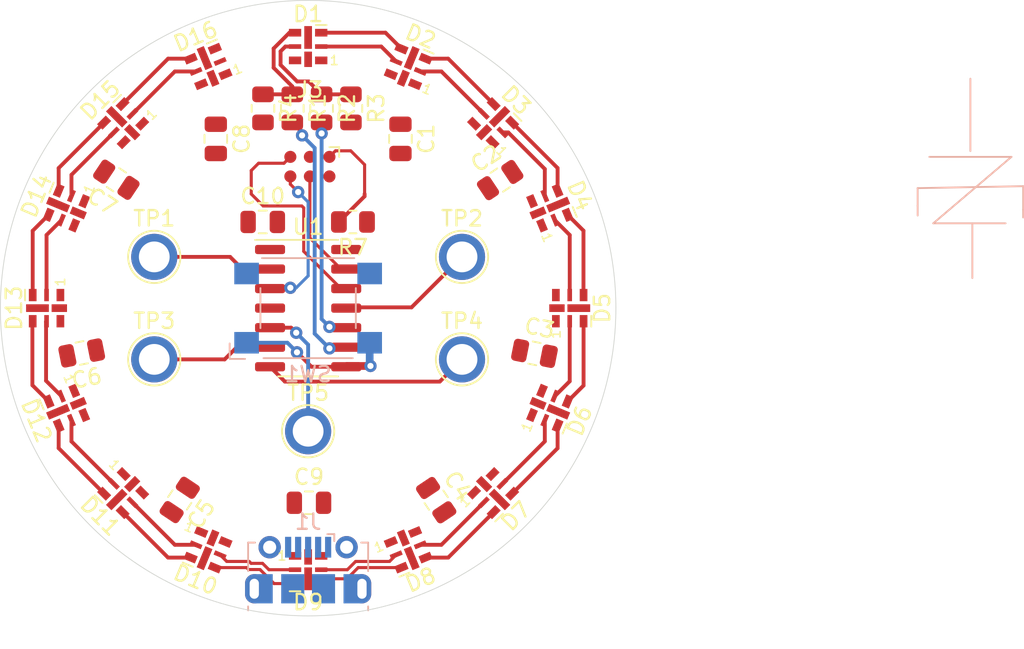
<source format=kicad_pcb>
(kicad_pcb (version 20171130) (host pcbnew "(5.1.7)-1")

  (general
    (thickness 1.6)
    (drawings 11)
    (tracks 164)
    (zones 0)
    (modules 40)
    (nets 52)
  )

  (page A4)
  (layers
    (0 F.Cu signal)
    (31 B.Cu signal)
    (32 B.Adhes user)
    (33 F.Adhes user)
    (34 B.Paste user)
    (35 F.Paste user)
    (36 B.SilkS user)
    (37 F.SilkS user hide)
    (38 B.Mask user)
    (39 F.Mask user)
    (40 Dwgs.User user)
    (41 Cmts.User user)
    (42 Eco1.User user)
    (43 Eco2.User user)
    (44 Edge.Cuts user)
    (45 Margin user)
    (46 B.CrtYd user)
    (47 F.CrtYd user)
    (48 B.Fab user)
    (49 F.Fab user)
  )

  (setup
    (last_trace_width 0.2)
    (user_trace_width 0.2)
    (user_trace_width 0.5)
    (user_trace_width 1)
    (user_trace_width 1.5)
    (trace_clearance 0.2)
    (zone_clearance 0.508)
    (zone_45_only no)
    (trace_min 0.2)
    (via_size 0.8)
    (via_drill 0.4)
    (via_min_size 0.4)
    (via_min_drill 0.3)
    (uvia_size 0.3)
    (uvia_drill 0.1)
    (uvias_allowed no)
    (uvia_min_size 0.2)
    (uvia_min_drill 0.1)
    (edge_width 0.05)
    (segment_width 0.2)
    (pcb_text_width 0.3)
    (pcb_text_size 1.5 1.5)
    (mod_edge_width 0.12)
    (mod_text_size 1 1)
    (mod_text_width 0.15)
    (pad_size 1.524 1.524)
    (pad_drill 0.762)
    (pad_to_mask_clearance 0)
    (aux_axis_origin 0 0)
    (visible_elements 7FFFFFFF)
    (pcbplotparams
      (layerselection 0x010fc_ffffffff)
      (usegerberextensions false)
      (usegerberattributes true)
      (usegerberadvancedattributes true)
      (creategerberjobfile true)
      (excludeedgelayer true)
      (linewidth 0.100000)
      (plotframeref false)
      (viasonmask false)
      (mode 1)
      (useauxorigin false)
      (hpglpennumber 1)
      (hpglpenspeed 20)
      (hpglpendiameter 15.000000)
      (psnegative false)
      (psa4output false)
      (plotreference true)
      (plotvalue true)
      (plotinvisibletext false)
      (padsonsilk false)
      (subtractmaskfromsilk false)
      (outputformat 1)
      (mirror false)
      (drillshape 1)
      (scaleselection 1)
      (outputdirectory ""))
  )

  (net 0 "")
  (net 1 GND)
  (net 2 +5V)
  (net 3 "Net-(D1-Pad4)")
  (net 4 "Net-(D1-Pad5)")
  (net 5 "Net-(D1-Pad3)")
  (net 6 "Net-(D1-Pad2)")
  (net 7 "Net-(D2-Pad3)")
  (net 8 "Net-(D2-Pad2)")
  (net 9 "Net-(D3-Pad2)")
  (net 10 "Net-(D3-Pad3)")
  (net 11 "Net-(D4-Pad3)")
  (net 12 "Net-(D4-Pad2)")
  (net 13 "Net-(D5-Pad2)")
  (net 14 "Net-(D5-Pad3)")
  (net 15 "Net-(D6-Pad3)")
  (net 16 "Net-(D6-Pad2)")
  (net 17 "Net-(D7-Pad2)")
  (net 18 "Net-(D7-Pad3)")
  (net 19 "Net-(D8-Pad3)")
  (net 20 "Net-(D8-Pad2)")
  (net 21 "Net-(D10-Pad5)")
  (net 22 "Net-(D10-Pad4)")
  (net 23 "Net-(D10-Pad3)")
  (net 24 "Net-(D10-Pad2)")
  (net 25 "Net-(D11-Pad2)")
  (net 26 "Net-(D11-Pad3)")
  (net 27 "Net-(D12-Pad3)")
  (net 28 "Net-(D12-Pad2)")
  (net 29 "Net-(D13-Pad2)")
  (net 30 "Net-(D13-Pad3)")
  (net 31 "Net-(D14-Pad3)")
  (net 32 "Net-(D14-Pad2)")
  (net 33 "Net-(D15-Pad2)")
  (net 34 "Net-(D15-Pad3)")
  (net 35 "Net-(D16-Pad2)")
  (net 36 "Net-(D16-Pad3)")
  (net 37 "Net-(J1-Pad2)")
  (net 38 "Net-(J1-Pad4)")
  (net 39 "Net-(J1-Pad3)")
  (net 40 "Net-(J3-Pad1)")
  (net 41 "Net-(J3-Pad4)")
  (net 42 "Net-(J3-Pad5)")
  (net 43 "Net-(J3-Pad6)")
  (net 44 /DATA)
  (net 45 /CLK)
  (net 46 "Net-(TP1-Pad1)")
  (net 47 "Net-(TP2-Pad1)")
  (net 48 "Net-(TP3-Pad1)")
  (net 49 "Net-(TP4-Pad1)")
  (net 50 "Net-(TP5-Pad1)")
  (net 51 /MODE)

  (net_class Default "This is the default net class."
    (clearance 0.2)
    (trace_width 0.25)
    (via_dia 0.8)
    (via_drill 0.4)
    (uvia_dia 0.3)
    (uvia_drill 0.1)
    (add_net +5V)
    (add_net /CLK)
    (add_net /DATA)
    (add_net /MODE)
    (add_net GND)
    (add_net "Net-(D1-Pad2)")
    (add_net "Net-(D1-Pad3)")
    (add_net "Net-(D1-Pad4)")
    (add_net "Net-(D1-Pad5)")
    (add_net "Net-(D10-Pad2)")
    (add_net "Net-(D10-Pad3)")
    (add_net "Net-(D10-Pad4)")
    (add_net "Net-(D10-Pad5)")
    (add_net "Net-(D11-Pad2)")
    (add_net "Net-(D11-Pad3)")
    (add_net "Net-(D12-Pad2)")
    (add_net "Net-(D12-Pad3)")
    (add_net "Net-(D13-Pad2)")
    (add_net "Net-(D13-Pad3)")
    (add_net "Net-(D14-Pad2)")
    (add_net "Net-(D14-Pad3)")
    (add_net "Net-(D15-Pad2)")
    (add_net "Net-(D15-Pad3)")
    (add_net "Net-(D16-Pad2)")
    (add_net "Net-(D16-Pad3)")
    (add_net "Net-(D2-Pad2)")
    (add_net "Net-(D2-Pad3)")
    (add_net "Net-(D3-Pad2)")
    (add_net "Net-(D3-Pad3)")
    (add_net "Net-(D4-Pad2)")
    (add_net "Net-(D4-Pad3)")
    (add_net "Net-(D5-Pad2)")
    (add_net "Net-(D5-Pad3)")
    (add_net "Net-(D6-Pad2)")
    (add_net "Net-(D6-Pad3)")
    (add_net "Net-(D7-Pad2)")
    (add_net "Net-(D7-Pad3)")
    (add_net "Net-(D8-Pad2)")
    (add_net "Net-(D8-Pad3)")
    (add_net "Net-(J1-Pad2)")
    (add_net "Net-(J1-Pad3)")
    (add_net "Net-(J1-Pad4)")
    (add_net "Net-(J3-Pad1)")
    (add_net "Net-(J3-Pad4)")
    (add_net "Net-(J3-Pad5)")
    (add_net "Net-(J3-Pad6)")
    (add_net "Net-(TP1-Pad1)")
    (add_net "Net-(TP2-Pad1)")
    (add_net "Net-(TP3-Pad1)")
    (add_net "Net-(TP4-Pad1)")
    (add_net "Net-(TP5-Pad1)")
  )

  (module Button_Switch_SMD:SW_SPST_Omron_B3FS-101xP (layer B.Cu) (tedit 5E6E8E39) (tstamp 62F6685D)
    (at 150 100)
    (descr "Surface Mount Tactile Switch for High-Density Mounting, 4.3mm height, https://omronfs.omron.com/en_US/ecb/products/pdf/en-b3fs.pdf")
    (tags "Tactile Switch")
    (path /62F84BE6)
    (attr smd)
    (fp_text reference SW1 (at 0 4.3) (layer B.SilkS)
      (effects (font (size 1 1) (thickness 0.15)) (justify mirror))
    )
    (fp_text value MODE (at 0 -4.2) (layer B.Fab)
      (effects (font (size 1 1) (thickness 0.15)) (justify mirror))
    )
    (fp_line (start -5.1 2.3) (end -5.1 3.3) (layer B.SilkS) (width 0.12))
    (fp_line (start -5.1 3.3) (end -4.1 3.3) (layer B.SilkS) (width 0.12))
    (fp_circle (center 0 0) (end 1.5 0) (layer B.Fab) (width 0.1))
    (fp_line (start -5.05 1.3) (end -5.05 3.4) (layer B.CrtYd) (width 0.05))
    (fp_line (start -3.25 1.3) (end -5.05 1.3) (layer B.CrtYd) (width 0.05))
    (fp_line (start -3.25 -1.3) (end -3.25 1.3) (layer B.CrtYd) (width 0.05))
    (fp_line (start -5.05 -1.3) (end -3.25 -1.3) (layer B.CrtYd) (width 0.05))
    (fp_line (start -5.05 -3.4) (end -5.05 -1.3) (layer B.CrtYd) (width 0.05))
    (fp_line (start 5.05 -3.4) (end -5.05 -3.4) (layer B.CrtYd) (width 0.05))
    (fp_line (start 5.05 -1.3) (end 5.05 -3.4) (layer B.CrtYd) (width 0.05))
    (fp_line (start 3.25 -1.3) (end 5.05 -1.3) (layer B.CrtYd) (width 0.05))
    (fp_line (start 3.25 1.3) (end 3.25 -1.3) (layer B.CrtYd) (width 0.05))
    (fp_line (start 5.05 1.3) (end 3.25 1.3) (layer B.CrtYd) (width 0.05))
    (fp_line (start 5.05 3.4) (end 5.05 1.3) (layer B.CrtYd) (width 0.05))
    (fp_line (start -5.05 3.4) (end 5.05 3.4) (layer B.CrtYd) (width 0.05))
    (fp_line (start -3 -3.15) (end -3 3.15) (layer B.Fab) (width 0.1))
    (fp_line (start 3 -3.15) (end -3 -3.15) (layer B.Fab) (width 0.1))
    (fp_line (start 3 3.15) (end 3 -3.15) (layer B.Fab) (width 0.1))
    (fp_line (start -3 3.15) (end 3 3.15) (layer B.Fab) (width 0.1))
    (fp_line (start -3.1 1.3) (end -3.1 -1.3) (layer B.SilkS) (width 0.12))
    (fp_line (start 3.1 1.3) (end 3.1 -1.3) (layer B.SilkS) (width 0.12))
    (fp_line (start 3 -3.25) (end -3 -3.25) (layer B.SilkS) (width 0.12))
    (fp_line (start 2.9 3.25) (end -2.9 3.25) (layer B.SilkS) (width 0.12))
    (fp_text user %R (at 0 2.2) (layer B.Fab)
      (effects (font (size 1 1) (thickness 0.15)) (justify mirror))
    )
    (pad 3 smd rect (at -4 -2.25 180) (size 1.6 1.4) (layers B.Cu B.Paste B.Mask)
      (net 1 GND))
    (pad 4 smd rect (at 4 -2.25 180) (size 1.6 1.4) (layers B.Cu B.Paste B.Mask)
      (net 1 GND))
    (pad 1 smd rect (at -4 2.25 180) (size 1.6 1.4) (layers B.Cu B.Paste B.Mask)
      (net 51 /MODE))
    (pad 2 smd rect (at 4 2.25 180) (size 1.6 1.4) (layers B.Cu B.Paste B.Mask)
      (net 51 /MODE))
    (model ${KISYS3DMOD}/Button_Switch_SMD.3dshapes/SW_SPST_Omron_B3FS-101xP.wrl
      (at (xyz 0 0 0))
      (scale (xyz 1 1 1))
      (rotate (xyz 0 0 0))
    )
  )

  (module Connector:Tag-Connect_TC2030-IDC-NL_2x03_P1.27mm_Vertical (layer F.Cu) (tedit 5A29CEA9) (tstamp 62F5C6AA)
    (at 150.114 90.805 180)
    (descr "Tag-Connect programming header; http://www.tag-connect.com/Materials/TC2030-IDC-NL.pdf")
    (tags "tag connect programming header pogo pins")
    (path /630723EB)
    (attr virtual)
    (fp_text reference J3 (at 0 5) (layer F.SilkS)
      (effects (font (size 1 1) (thickness 0.15)))
    )
    (fp_text value Conn_01x06 (at 0 -4.7) (layer F.Fab)
      (effects (font (size 1 1) (thickness 0.15)))
    )
    (fp_text user %R (at 0 0) (layer F.Fab)
      (effects (font (size 1 1) (thickness 0.15)))
    )
    (fp_text user KEEPOUT (at 0 0) (layer Cmts.User)
      (effects (font (size 0.4 0.4) (thickness 0.07)))
    )
    (fp_line (start 0.635 0.635) (end 1.27 0) (layer Dwgs.User) (width 0.1))
    (fp_line (start 0 0.635) (end 1.27 -0.635) (layer Dwgs.User) (width 0.1))
    (fp_line (start -0.635 0.635) (end 0.635 -0.635) (layer Dwgs.User) (width 0.1))
    (fp_line (start -1.27 0) (end -0.635 -0.635) (layer Dwgs.User) (width 0.1))
    (fp_line (start -1.27 0.635) (end 0 -0.635) (layer Dwgs.User) (width 0.1))
    (fp_line (start -1.27 -0.635) (end 1.27 -0.635) (layer Dwgs.User) (width 0.1))
    (fp_line (start 1.27 -0.635) (end 1.27 0.635) (layer Dwgs.User) (width 0.1))
    (fp_line (start 1.27 0.635) (end -1.27 0.635) (layer Dwgs.User) (width 0.1))
    (fp_line (start -1.27 0.635) (end -1.27 -0.635) (layer Dwgs.User) (width 0.1))
    (fp_line (start -3.5 -2) (end 3.5 -2) (layer F.CrtYd) (width 0.05))
    (fp_line (start 3.5 -2) (end 3.5 2) (layer F.CrtYd) (width 0.05))
    (fp_line (start 3.5 2) (end -3.5 2) (layer F.CrtYd) (width 0.05))
    (fp_line (start -3.5 2) (end -3.5 -2) (layer F.CrtYd) (width 0.05))
    (fp_line (start -1.27 1.27) (end -1.905 1.27) (layer F.SilkS) (width 0.12))
    (fp_line (start -1.905 1.27) (end -1.905 0.635) (layer F.SilkS) (width 0.12))
    (pad "" np_thru_hole circle (at 2.54 -1.016 180) (size 0.9906 0.9906) (drill 0.9906) (layers *.Cu *.Mask))
    (pad "" np_thru_hole circle (at 2.54 1.016 180) (size 0.9906 0.9906) (drill 0.9906) (layers *.Cu *.Mask))
    (pad "" np_thru_hole circle (at -2.54 0 180) (size 0.9906 0.9906) (drill 0.9906) (layers *.Cu *.Mask))
    (pad 1 connect circle (at -1.27 0.635 180) (size 0.7874 0.7874) (layers F.Cu F.Mask)
      (net 40 "Net-(J3-Pad1)"))
    (pad 2 connect circle (at -1.27 -0.635 180) (size 0.7874 0.7874) (layers F.Cu F.Mask)
      (net 2 +5V))
    (pad 3 connect circle (at 0 0.635 180) (size 0.7874 0.7874) (layers F.Cu F.Mask)
      (net 1 GND))
    (pad 4 connect circle (at 0 -0.635 180) (size 0.7874 0.7874) (layers F.Cu F.Mask)
      (net 41 "Net-(J3-Pad4)"))
    (pad 5 connect circle (at 1.27 0.635 180) (size 0.7874 0.7874) (layers F.Cu F.Mask)
      (net 42 "Net-(J3-Pad5)"))
    (pad 6 connect circle (at 1.27 -0.635 180) (size 0.7874 0.7874) (layers F.Cu F.Mask)
      (net 43 "Net-(J3-Pad6)"))
  )

  (module Capacitor_SMD:C_0805_2012Metric (layer F.Cu) (tedit 5F68FEEE) (tstamp 62F5C379)
    (at 156 89 270)
    (descr "Capacitor SMD 0805 (2012 Metric), square (rectangular) end terminal, IPC_7351 nominal, (Body size source: IPC-SM-782 page 76, https://www.pcb-3d.com/wordpress/wp-content/uploads/ipc-sm-782a_amendment_1_and_2.pdf, https://docs.google.com/spreadsheets/d/1BsfQQcO9C6DZCsRaXUlFlo91Tg2WpOkGARC1WS5S8t0/edit?usp=sharing), generated with kicad-footprint-generator")
    (tags capacitor)
    (path /62F8C323)
    (attr smd)
    (fp_text reference C1 (at 0 -1.68 90) (layer F.SilkS)
      (effects (font (size 1 1) (thickness 0.15)))
    )
    (fp_text value 100nF (at 0 1.68 90) (layer F.Fab)
      (effects (font (size 1 1) (thickness 0.15)))
    )
    (fp_line (start -1 0.625) (end -1 -0.625) (layer F.Fab) (width 0.1))
    (fp_line (start -1 -0.625) (end 1 -0.625) (layer F.Fab) (width 0.1))
    (fp_line (start 1 -0.625) (end 1 0.625) (layer F.Fab) (width 0.1))
    (fp_line (start 1 0.625) (end -1 0.625) (layer F.Fab) (width 0.1))
    (fp_line (start -0.261252 -0.735) (end 0.261252 -0.735) (layer F.SilkS) (width 0.12))
    (fp_line (start -0.261252 0.735) (end 0.261252 0.735) (layer F.SilkS) (width 0.12))
    (fp_line (start -1.7 0.98) (end -1.7 -0.98) (layer F.CrtYd) (width 0.05))
    (fp_line (start -1.7 -0.98) (end 1.7 -0.98) (layer F.CrtYd) (width 0.05))
    (fp_line (start 1.7 -0.98) (end 1.7 0.98) (layer F.CrtYd) (width 0.05))
    (fp_line (start 1.7 0.98) (end -1.7 0.98) (layer F.CrtYd) (width 0.05))
    (fp_text user %R (at 0 0 90) (layer F.Fab)
      (effects (font (size 0.5 0.5) (thickness 0.08)))
    )
    (pad 2 smd roundrect (at 0.95 0 270) (size 1 1.45) (layers F.Cu F.Paste F.Mask) (roundrect_rratio 0.25)
      (net 1 GND))
    (pad 1 smd roundrect (at -0.95 0 270) (size 1 1.45) (layers F.Cu F.Paste F.Mask) (roundrect_rratio 0.25)
      (net 2 +5V))
    (model ${KISYS3DMOD}/Capacitor_SMD.3dshapes/C_0805_2012Metric.wrl
      (at (xyz 0 0 0))
      (scale (xyz 1 1 1))
      (rotate (xyz 0 0 0))
    )
  )

  (module Capacitor_SMD:C_0805_2012Metric (layer F.Cu) (tedit 5F68FEEE) (tstamp 62F695ED)
    (at 162.479311 91.677334 33.7)
    (descr "Capacitor SMD 0805 (2012 Metric), square (rectangular) end terminal, IPC_7351 nominal, (Body size source: IPC-SM-782 page 76, https://www.pcb-3d.com/wordpress/wp-content/uploads/ipc-sm-782a_amendment_1_and_2.pdf, https://docs.google.com/spreadsheets/d/1BsfQQcO9C6DZCsRaXUlFlo91Tg2WpOkGARC1WS5S8t0/edit?usp=sharing), generated with kicad-footprint-generator")
    (tags capacitor)
    (path /62F8C32D)
    (attr smd)
    (fp_text reference C2 (at 0 -1.68 33.7) (layer F.SilkS)
      (effects (font (size 1 1) (thickness 0.15)))
    )
    (fp_text value 100nF (at 0 1.68 33.7) (layer F.Fab)
      (effects (font (size 1 1) (thickness 0.15)))
    )
    (fp_line (start 1.7 0.98) (end -1.7 0.98) (layer F.CrtYd) (width 0.05))
    (fp_line (start 1.7 -0.98) (end 1.7 0.98) (layer F.CrtYd) (width 0.05))
    (fp_line (start -1.7 -0.98) (end 1.7 -0.98) (layer F.CrtYd) (width 0.05))
    (fp_line (start -1.7 0.98) (end -1.7 -0.98) (layer F.CrtYd) (width 0.05))
    (fp_line (start -0.261252 0.735) (end 0.261252 0.735) (layer F.SilkS) (width 0.12))
    (fp_line (start -0.261252 -0.735) (end 0.261252 -0.735) (layer F.SilkS) (width 0.12))
    (fp_line (start 1 0.625) (end -1 0.625) (layer F.Fab) (width 0.1))
    (fp_line (start 1 -0.625) (end 1 0.625) (layer F.Fab) (width 0.1))
    (fp_line (start -1 -0.625) (end 1 -0.625) (layer F.Fab) (width 0.1))
    (fp_line (start -1 0.625) (end -1 -0.625) (layer F.Fab) (width 0.1))
    (fp_text user %R (at 0 0 33.7) (layer F.Fab)
      (effects (font (size 0.5 0.5) (thickness 0.08)))
    )
    (pad 1 smd roundrect (at -0.95 0 33.7) (size 1 1.45) (layers F.Cu F.Paste F.Mask) (roundrect_rratio 0.25)
      (net 2 +5V))
    (pad 2 smd roundrect (at 0.95 0 33.7) (size 1 1.45) (layers F.Cu F.Paste F.Mask) (roundrect_rratio 0.25)
      (net 1 GND))
    (model ${KISYS3DMOD}/Capacitor_SMD.3dshapes/C_0805_2012Metric.wrl
      (at (xyz 0 0 0))
      (scale (xyz 1 1 1))
      (rotate (xyz 0 0 0))
    )
  )

  (module Capacitor_SMD:C_0805_2012Metric (layer F.Cu) (tedit 5F68FEEE) (tstamp 62F67579)
    (at 164.709219 102.939192 348.7)
    (descr "Capacitor SMD 0805 (2012 Metric), square (rectangular) end terminal, IPC_7351 nominal, (Body size source: IPC-SM-782 page 76, https://www.pcb-3d.com/wordpress/wp-content/uploads/ipc-sm-782a_amendment_1_and_2.pdf, https://docs.google.com/spreadsheets/d/1BsfQQcO9C6DZCsRaXUlFlo91Tg2WpOkGARC1WS5S8t0/edit?usp=sharing), generated with kicad-footprint-generator")
    (tags capacitor)
    (path /62F8C337)
    (attr smd)
    (fp_text reference C3 (at 0 -1.68 168.7) (layer F.SilkS)
      (effects (font (size 1 1) (thickness 0.15)))
    )
    (fp_text value 100nF (at 0 1.68 168.7) (layer F.Fab)
      (effects (font (size 1 1) (thickness 0.15)))
    )
    (fp_line (start -1 0.625) (end -1 -0.625) (layer F.Fab) (width 0.1))
    (fp_line (start -1 -0.625) (end 1 -0.625) (layer F.Fab) (width 0.1))
    (fp_line (start 1 -0.625) (end 1 0.625) (layer F.Fab) (width 0.1))
    (fp_line (start 1 0.625) (end -1 0.625) (layer F.Fab) (width 0.1))
    (fp_line (start -0.261252 -0.735) (end 0.261252 -0.735) (layer F.SilkS) (width 0.12))
    (fp_line (start -0.261252 0.735) (end 0.261252 0.735) (layer F.SilkS) (width 0.12))
    (fp_line (start -1.7 0.98) (end -1.7 -0.98) (layer F.CrtYd) (width 0.05))
    (fp_line (start -1.7 -0.98) (end 1.7 -0.98) (layer F.CrtYd) (width 0.05))
    (fp_line (start 1.7 -0.98) (end 1.7 0.98) (layer F.CrtYd) (width 0.05))
    (fp_line (start 1.7 0.98) (end -1.7 0.98) (layer F.CrtYd) (width 0.05))
    (fp_text user %R (at 0 0 168.7) (layer F.Fab)
      (effects (font (size 0.5 0.5) (thickness 0.08)))
    )
    (pad 2 smd roundrect (at 0.95 0 348.7) (size 1 1.45) (layers F.Cu F.Paste F.Mask) (roundrect_rratio 0.25)
      (net 1 GND))
    (pad 1 smd roundrect (at -0.95 0 348.7) (size 1 1.45) (layers F.Cu F.Paste F.Mask) (roundrect_rratio 0.25)
      (net 2 +5V))
    (model ${KISYS3DMOD}/Capacitor_SMD.3dshapes/C_0805_2012Metric.wrl
      (at (xyz 0 0 0))
      (scale (xyz 1 1 1))
      (rotate (xyz 0 0 0))
    )
  )

  (module Capacitor_SMD:C_0805_2012Metric (layer F.Cu) (tedit 5F68FEEE) (tstamp 62F675D9)
    (at 158.322666 112.479311 303.7)
    (descr "Capacitor SMD 0805 (2012 Metric), square (rectangular) end terminal, IPC_7351 nominal, (Body size source: IPC-SM-782 page 76, https://www.pcb-3d.com/wordpress/wp-content/uploads/ipc-sm-782a_amendment_1_and_2.pdf, https://docs.google.com/spreadsheets/d/1BsfQQcO9C6DZCsRaXUlFlo91Tg2WpOkGARC1WS5S8t0/edit?usp=sharing), generated with kicad-footprint-generator")
    (tags capacitor)
    (path /62F8C341)
    (attr smd)
    (fp_text reference C4 (at 0 -1.68 123.7) (layer F.SilkS)
      (effects (font (size 1 1) (thickness 0.15)))
    )
    (fp_text value 100nF (at 0 1.68 123.7) (layer F.Fab)
      (effects (font (size 1 1) (thickness 0.15)))
    )
    (fp_line (start 1.7 0.98) (end -1.7 0.98) (layer F.CrtYd) (width 0.05))
    (fp_line (start 1.7 -0.98) (end 1.7 0.98) (layer F.CrtYd) (width 0.05))
    (fp_line (start -1.7 -0.98) (end 1.7 -0.98) (layer F.CrtYd) (width 0.05))
    (fp_line (start -1.7 0.98) (end -1.7 -0.98) (layer F.CrtYd) (width 0.05))
    (fp_line (start -0.261252 0.735) (end 0.261252 0.735) (layer F.SilkS) (width 0.12))
    (fp_line (start -0.261252 -0.735) (end 0.261252 -0.735) (layer F.SilkS) (width 0.12))
    (fp_line (start 1 0.625) (end -1 0.625) (layer F.Fab) (width 0.1))
    (fp_line (start 1 -0.625) (end 1 0.625) (layer F.Fab) (width 0.1))
    (fp_line (start -1 -0.625) (end 1 -0.625) (layer F.Fab) (width 0.1))
    (fp_line (start -1 0.625) (end -1 -0.625) (layer F.Fab) (width 0.1))
    (fp_text user %R (at 0 0 123.7) (layer F.Fab)
      (effects (font (size 0.5 0.5) (thickness 0.08)))
    )
    (pad 1 smd roundrect (at -0.95 0 303.7) (size 1 1.45) (layers F.Cu F.Paste F.Mask) (roundrect_rratio 0.25)
      (net 2 +5V))
    (pad 2 smd roundrect (at 0.95 0 303.7) (size 1 1.45) (layers F.Cu F.Paste F.Mask) (roundrect_rratio 0.25)
      (net 1 GND))
    (model ${KISYS3DMOD}/Capacitor_SMD.3dshapes/C_0805_2012Metric.wrl
      (at (xyz 0 0 0))
      (scale (xyz 1 1 1))
      (rotate (xyz 0 0 0))
    )
  )

  (module Capacitor_SMD:C_0805_2012Metric (layer F.Cu) (tedit 5F68FEEE) (tstamp 62F5C3BD)
    (at 141.655566 112.464767 236.3)
    (descr "Capacitor SMD 0805 (2012 Metric), square (rectangular) end terminal, IPC_7351 nominal, (Body size source: IPC-SM-782 page 76, https://www.pcb-3d.com/wordpress/wp-content/uploads/ipc-sm-782a_amendment_1_and_2.pdf, https://docs.google.com/spreadsheets/d/1BsfQQcO9C6DZCsRaXUlFlo91Tg2WpOkGARC1WS5S8t0/edit?usp=sharing), generated with kicad-footprint-generator")
    (tags capacitor)
    (path /62F84AF6)
    (attr smd)
    (fp_text reference C5 (at 0 -1.68 56.3) (layer F.SilkS)
      (effects (font (size 1 1) (thickness 0.15)))
    )
    (fp_text value 100nF (at 0 1.68 56.3) (layer F.Fab)
      (effects (font (size 1 1) (thickness 0.15)))
    )
    (fp_line (start -1 0.625) (end -1 -0.625) (layer F.Fab) (width 0.1))
    (fp_line (start -1 -0.625) (end 1 -0.625) (layer F.Fab) (width 0.1))
    (fp_line (start 1 -0.625) (end 1 0.625) (layer F.Fab) (width 0.1))
    (fp_line (start 1 0.625) (end -1 0.625) (layer F.Fab) (width 0.1))
    (fp_line (start -0.261252 -0.735) (end 0.261252 -0.735) (layer F.SilkS) (width 0.12))
    (fp_line (start -0.261252 0.735) (end 0.261252 0.735) (layer F.SilkS) (width 0.12))
    (fp_line (start -1.7 0.98) (end -1.7 -0.98) (layer F.CrtYd) (width 0.05))
    (fp_line (start -1.7 -0.98) (end 1.7 -0.98) (layer F.CrtYd) (width 0.05))
    (fp_line (start 1.7 -0.98) (end 1.7 0.98) (layer F.CrtYd) (width 0.05))
    (fp_line (start 1.7 0.98) (end -1.7 0.98) (layer F.CrtYd) (width 0.05))
    (fp_text user %R (at 0 0 56.3) (layer F.Fab)
      (effects (font (size 0.5 0.5) (thickness 0.08)))
    )
    (pad 2 smd roundrect (at 0.95 0 236.3) (size 1 1.45) (layers F.Cu F.Paste F.Mask) (roundrect_rratio 0.25)
      (net 1 GND))
    (pad 1 smd roundrect (at -0.95 0 236.3) (size 1 1.45) (layers F.Cu F.Paste F.Mask) (roundrect_rratio 0.25)
      (net 2 +5V))
    (model ${KISYS3DMOD}/Capacitor_SMD.3dshapes/C_0805_2012Metric.wrl
      (at (xyz 0 0 0))
      (scale (xyz 1 1 1))
      (rotate (xyz 0 0 0))
    )
  )

  (module Capacitor_SMD:C_0805_2012Metric (layer F.Cu) (tedit 5F68FEEE) (tstamp 62F5C3CE)
    (at 135.285673 102.913515 191.3)
    (descr "Capacitor SMD 0805 (2012 Metric), square (rectangular) end terminal, IPC_7351 nominal, (Body size source: IPC-SM-782 page 76, https://www.pcb-3d.com/wordpress/wp-content/uploads/ipc-sm-782a_amendment_1_and_2.pdf, https://docs.google.com/spreadsheets/d/1BsfQQcO9C6DZCsRaXUlFlo91Tg2WpOkGARC1WS5S8t0/edit?usp=sharing), generated with kicad-footprint-generator")
    (tags capacitor)
    (path /62F85008)
    (attr smd)
    (fp_text reference C6 (at 0 -1.68 11.3) (layer F.SilkS)
      (effects (font (size 1 1) (thickness 0.15)))
    )
    (fp_text value 100nF (at 0 1.68 11.3) (layer F.Fab)
      (effects (font (size 1 1) (thickness 0.15)))
    )
    (fp_line (start 1.7 0.98) (end -1.7 0.98) (layer F.CrtYd) (width 0.05))
    (fp_line (start 1.7 -0.98) (end 1.7 0.98) (layer F.CrtYd) (width 0.05))
    (fp_line (start -1.7 -0.98) (end 1.7 -0.98) (layer F.CrtYd) (width 0.05))
    (fp_line (start -1.7 0.98) (end -1.7 -0.98) (layer F.CrtYd) (width 0.05))
    (fp_line (start -0.261252 0.735) (end 0.261252 0.735) (layer F.SilkS) (width 0.12))
    (fp_line (start -0.261252 -0.735) (end 0.261252 -0.735) (layer F.SilkS) (width 0.12))
    (fp_line (start 1 0.625) (end -1 0.625) (layer F.Fab) (width 0.1))
    (fp_line (start 1 -0.625) (end 1 0.625) (layer F.Fab) (width 0.1))
    (fp_line (start -1 -0.625) (end 1 -0.625) (layer F.Fab) (width 0.1))
    (fp_line (start -1 0.625) (end -1 -0.625) (layer F.Fab) (width 0.1))
    (fp_text user %R (at 0 0 11.3) (layer F.Fab)
      (effects (font (size 0.5 0.5) (thickness 0.08)))
    )
    (pad 1 smd roundrect (at -0.95 0 191.3) (size 1 1.45) (layers F.Cu F.Paste F.Mask) (roundrect_rratio 0.25)
      (net 2 +5V))
    (pad 2 smd roundrect (at 0.95 0 191.3) (size 1 1.45) (layers F.Cu F.Paste F.Mask) (roundrect_rratio 0.25)
      (net 1 GND))
    (model ${KISYS3DMOD}/Capacitor_SMD.3dshapes/C_0805_2012Metric.wrl
      (at (xyz 0 0 0))
      (scale (xyz 1 1 1))
      (rotate (xyz 0 0 0))
    )
  )

  (module Capacitor_SMD:C_0805_2012Metric (layer F.Cu) (tedit 5F68FEEE) (tstamp 62F5C3DF)
    (at 137.535233 91.655566 146.3)
    (descr "Capacitor SMD 0805 (2012 Metric), square (rectangular) end terminal, IPC_7351 nominal, (Body size source: IPC-SM-782 page 76, https://www.pcb-3d.com/wordpress/wp-content/uploads/ipc-sm-782a_amendment_1_and_2.pdf, https://docs.google.com/spreadsheets/d/1BsfQQcO9C6DZCsRaXUlFlo91Tg2WpOkGARC1WS5S8t0/edit?usp=sharing), generated with kicad-footprint-generator")
    (tags capacitor)
    (path /62F85241)
    (attr smd)
    (fp_text reference C7 (at 0 -1.68 146.3) (layer F.SilkS)
      (effects (font (size 1 1) (thickness 0.15)))
    )
    (fp_text value 100nF (at 0 1.68 146.3) (layer F.Fab)
      (effects (font (size 1 1) (thickness 0.15)))
    )
    (fp_line (start -1 0.625) (end -1 -0.625) (layer F.Fab) (width 0.1))
    (fp_line (start -1 -0.625) (end 1 -0.625) (layer F.Fab) (width 0.1))
    (fp_line (start 1 -0.625) (end 1 0.625) (layer F.Fab) (width 0.1))
    (fp_line (start 1 0.625) (end -1 0.625) (layer F.Fab) (width 0.1))
    (fp_line (start -0.261252 -0.735) (end 0.261252 -0.735) (layer F.SilkS) (width 0.12))
    (fp_line (start -0.261252 0.735) (end 0.261252 0.735) (layer F.SilkS) (width 0.12))
    (fp_line (start -1.7 0.98) (end -1.7 -0.98) (layer F.CrtYd) (width 0.05))
    (fp_line (start -1.7 -0.98) (end 1.7 -0.98) (layer F.CrtYd) (width 0.05))
    (fp_line (start 1.7 -0.98) (end 1.7 0.98) (layer F.CrtYd) (width 0.05))
    (fp_line (start 1.7 0.98) (end -1.7 0.98) (layer F.CrtYd) (width 0.05))
    (fp_text user %R (at 0 0 146.3) (layer F.Fab)
      (effects (font (size 0.5 0.5) (thickness 0.08)))
    )
    (pad 2 smd roundrect (at 0.95 0 146.3) (size 1 1.45) (layers F.Cu F.Paste F.Mask) (roundrect_rratio 0.25)
      (net 1 GND))
    (pad 1 smd roundrect (at -0.95 0 146.3) (size 1 1.45) (layers F.Cu F.Paste F.Mask) (roundrect_rratio 0.25)
      (net 2 +5V))
    (model ${KISYS3DMOD}/Capacitor_SMD.3dshapes/C_0805_2012Metric.wrl
      (at (xyz 0 0 0))
      (scale (xyz 1 1 1))
      (rotate (xyz 0 0 0))
    )
  )

  (module Capacitor_SMD:C_0805_2012Metric (layer F.Cu) (tedit 5F68FEEE) (tstamp 62F5C3F0)
    (at 144 89 270)
    (descr "Capacitor SMD 0805 (2012 Metric), square (rectangular) end terminal, IPC_7351 nominal, (Body size source: IPC-SM-782 page 76, https://www.pcb-3d.com/wordpress/wp-content/uploads/ipc-sm-782a_amendment_1_and_2.pdf, https://docs.google.com/spreadsheets/d/1BsfQQcO9C6DZCsRaXUlFlo91Tg2WpOkGARC1WS5S8t0/edit?usp=sharing), generated with kicad-footprint-generator")
    (tags capacitor)
    (path /62F8562C)
    (attr smd)
    (fp_text reference C8 (at 0 -1.68 90) (layer F.SilkS)
      (effects (font (size 1 1) (thickness 0.15)))
    )
    (fp_text value 100nF (at 0 1.68 90) (layer F.Fab)
      (effects (font (size 1 1) (thickness 0.15)))
    )
    (fp_line (start 1.7 0.98) (end -1.7 0.98) (layer F.CrtYd) (width 0.05))
    (fp_line (start 1.7 -0.98) (end 1.7 0.98) (layer F.CrtYd) (width 0.05))
    (fp_line (start -1.7 -0.98) (end 1.7 -0.98) (layer F.CrtYd) (width 0.05))
    (fp_line (start -1.7 0.98) (end -1.7 -0.98) (layer F.CrtYd) (width 0.05))
    (fp_line (start -0.261252 0.735) (end 0.261252 0.735) (layer F.SilkS) (width 0.12))
    (fp_line (start -0.261252 -0.735) (end 0.261252 -0.735) (layer F.SilkS) (width 0.12))
    (fp_line (start 1 0.625) (end -1 0.625) (layer F.Fab) (width 0.1))
    (fp_line (start 1 -0.625) (end 1 0.625) (layer F.Fab) (width 0.1))
    (fp_line (start -1 -0.625) (end 1 -0.625) (layer F.Fab) (width 0.1))
    (fp_line (start -1 0.625) (end -1 -0.625) (layer F.Fab) (width 0.1))
    (fp_text user %R (at 0 0 90) (layer F.Fab)
      (effects (font (size 0.5 0.5) (thickness 0.08)))
    )
    (pad 1 smd roundrect (at -0.95 0 270) (size 1 1.45) (layers F.Cu F.Paste F.Mask) (roundrect_rratio 0.25)
      (net 2 +5V))
    (pad 2 smd roundrect (at 0.95 0 270) (size 1 1.45) (layers F.Cu F.Paste F.Mask) (roundrect_rratio 0.25)
      (net 1 GND))
    (model ${KISYS3DMOD}/Capacitor_SMD.3dshapes/C_0805_2012Metric.wrl
      (at (xyz 0 0 0))
      (scale (xyz 1 1 1))
      (rotate (xyz 0 0 0))
    )
  )

  (module Capacitor_SMD:C_0805_2012Metric (layer F.Cu) (tedit 5F68FEEE) (tstamp 62F68DE9)
    (at 150.053 112.649)
    (descr "Capacitor SMD 0805 (2012 Metric), square (rectangular) end terminal, IPC_7351 nominal, (Body size source: IPC-SM-782 page 76, https://www.pcb-3d.com/wordpress/wp-content/uploads/ipc-sm-782a_amendment_1_and_2.pdf, https://docs.google.com/spreadsheets/d/1BsfQQcO9C6DZCsRaXUlFlo91Tg2WpOkGARC1WS5S8t0/edit?usp=sharing), generated with kicad-footprint-generator")
    (tags capacitor)
    (path /63209CF1)
    (attr smd)
    (fp_text reference C9 (at 0 -1.68) (layer F.SilkS)
      (effects (font (size 1 1) (thickness 0.15)))
    )
    (fp_text value 10uF (at 0 1.68) (layer F.Fab)
      (effects (font (size 1 1) (thickness 0.15)))
    )
    (fp_line (start 1.7 0.98) (end -1.7 0.98) (layer F.CrtYd) (width 0.05))
    (fp_line (start 1.7 -0.98) (end 1.7 0.98) (layer F.CrtYd) (width 0.05))
    (fp_line (start -1.7 -0.98) (end 1.7 -0.98) (layer F.CrtYd) (width 0.05))
    (fp_line (start -1.7 0.98) (end -1.7 -0.98) (layer F.CrtYd) (width 0.05))
    (fp_line (start -0.261252 0.735) (end 0.261252 0.735) (layer F.SilkS) (width 0.12))
    (fp_line (start -0.261252 -0.735) (end 0.261252 -0.735) (layer F.SilkS) (width 0.12))
    (fp_line (start 1 0.625) (end -1 0.625) (layer F.Fab) (width 0.1))
    (fp_line (start 1 -0.625) (end 1 0.625) (layer F.Fab) (width 0.1))
    (fp_line (start -1 -0.625) (end 1 -0.625) (layer F.Fab) (width 0.1))
    (fp_line (start -1 0.625) (end -1 -0.625) (layer F.Fab) (width 0.1))
    (fp_text user %R (at 0 0) (layer F.Fab)
      (effects (font (size 0.5 0.5) (thickness 0.08)))
    )
    (pad 1 smd roundrect (at -0.95 0) (size 1 1.45) (layers F.Cu F.Paste F.Mask) (roundrect_rratio 0.25)
      (net 2 +5V))
    (pad 2 smd roundrect (at 0.95 0) (size 1 1.45) (layers F.Cu F.Paste F.Mask) (roundrect_rratio 0.25)
      (net 1 GND))
    (model ${KISYS3DMOD}/Capacitor_SMD.3dshapes/C_0805_2012Metric.wrl
      (at (xyz 0 0 0))
      (scale (xyz 1 1 1))
      (rotate (xyz 0 0 0))
    )
  )

  (module Capacitor_SMD:C_0805_2012Metric (layer F.Cu) (tedit 5F68FEEE) (tstamp 62F5C412)
    (at 147.05 94.4)
    (descr "Capacitor SMD 0805 (2012 Metric), square (rectangular) end terminal, IPC_7351 nominal, (Body size source: IPC-SM-782 page 76, https://www.pcb-3d.com/wordpress/wp-content/uploads/ipc-sm-782a_amendment_1_and_2.pdf, https://docs.google.com/spreadsheets/d/1BsfQQcO9C6DZCsRaXUlFlo91Tg2WpOkGARC1WS5S8t0/edit?usp=sharing), generated with kicad-footprint-generator")
    (tags capacitor)
    (path /632212F8)
    (attr smd)
    (fp_text reference C10 (at 0 -1.68) (layer F.SilkS)
      (effects (font (size 1 1) (thickness 0.15)))
    )
    (fp_text value 100nF (at 0 1.68) (layer F.Fab)
      (effects (font (size 1 1) (thickness 0.15)))
    )
    (fp_line (start -1 0.625) (end -1 -0.625) (layer F.Fab) (width 0.1))
    (fp_line (start -1 -0.625) (end 1 -0.625) (layer F.Fab) (width 0.1))
    (fp_line (start 1 -0.625) (end 1 0.625) (layer F.Fab) (width 0.1))
    (fp_line (start 1 0.625) (end -1 0.625) (layer F.Fab) (width 0.1))
    (fp_line (start -0.261252 -0.735) (end 0.261252 -0.735) (layer F.SilkS) (width 0.12))
    (fp_line (start -0.261252 0.735) (end 0.261252 0.735) (layer F.SilkS) (width 0.12))
    (fp_line (start -1.7 0.98) (end -1.7 -0.98) (layer F.CrtYd) (width 0.05))
    (fp_line (start -1.7 -0.98) (end 1.7 -0.98) (layer F.CrtYd) (width 0.05))
    (fp_line (start 1.7 -0.98) (end 1.7 0.98) (layer F.CrtYd) (width 0.05))
    (fp_line (start 1.7 0.98) (end -1.7 0.98) (layer F.CrtYd) (width 0.05))
    (fp_text user %R (at 0 0) (layer F.Fab)
      (effects (font (size 0.5 0.5) (thickness 0.08)))
    )
    (pad 2 smd roundrect (at 0.95 0) (size 1 1.45) (layers F.Cu F.Paste F.Mask) (roundrect_rratio 0.25)
      (net 2 +5V))
    (pad 1 smd roundrect (at -0.95 0) (size 1 1.45) (layers F.Cu F.Paste F.Mask) (roundrect_rratio 0.25)
      (net 1 GND))
    (model ${KISYS3DMOD}/Capacitor_SMD.3dshapes/C_0805_2012Metric.wrl
      (at (xyz 0 0 0))
      (scale (xyz 1 1 1))
      (rotate (xyz 0 0 0))
    )
  )

  (module LED_SMD:LED-APA102-2020 (layer F.Cu) (tedit 5CADBF17) (tstamp 62F66C5D)
    (at 150 83 180)
    (descr http://www.led-color.com/upload/201604/APA102-2020%20SMD%20LED.pdf)
    (tags "LED RGB SPI")
    (path /62F66884)
    (attr smd)
    (fp_text reference D1 (at 0 2.11) (layer F.SilkS)
      (effects (font (size 1 1) (thickness 0.15)))
    )
    (fp_text value APA102-2020 (at 0 -2) (layer F.Fab)
      (effects (font (size 1 1) (thickness 0.15)))
    )
    (fp_line (start -1 -1) (end 1 -1) (layer F.Fab) (width 0.1))
    (fp_line (start 1 -1) (end 1 1) (layer F.Fab) (width 0.1))
    (fp_line (start 1 1) (end -0.5 1) (layer F.Fab) (width 0.1))
    (fp_line (start -1 0.5) (end -1 -1) (layer F.Fab) (width 0.1))
    (fp_line (start 1.5 -1.4) (end 1.5 1.4) (layer F.CrtYd) (width 0.05))
    (fp_line (start -1.2 1.4) (end -0.5 1.4) (layer F.SilkS) (width 0.12))
    (fp_line (start -1 0.5) (end -0.5 1) (layer F.Fab) (width 0.1))
    (fp_line (start -1.5 -1.4) (end -1.5 1.4) (layer F.CrtYd) (width 0.05))
    (fp_line (start -0.5 1.4) (end -0.5 1.58) (layer F.CrtYd) (width 0.05))
    (fp_line (start -0.5 1.58) (end 0.5 1.58) (layer F.CrtYd) (width 0.05))
    (fp_line (start 0.5 1.58) (end 0.5 1.4) (layer F.CrtYd) (width 0.05))
    (fp_line (start -0.5 -1.4) (end -0.5 -1.58) (layer F.CrtYd) (width 0.05))
    (fp_line (start -0.5 -1.58) (end 0.5 -1.58) (layer F.CrtYd) (width 0.05))
    (fp_line (start 0.5 -1.58) (end 0.5 -1.4) (layer F.CrtYd) (width 0.05))
    (fp_line (start 0.5 -1.4) (end 1.5 -1.4) (layer F.CrtYd) (width 0.05))
    (fp_line (start -1.5 -1.4) (end -0.5 -1.4) (layer F.CrtYd) (width 0.05))
    (fp_line (start -0.5 1.4) (end -1.5 1.4) (layer F.CrtYd) (width 0.05))
    (fp_line (start 1.5 1.4) (end 0.5 1.4) (layer F.CrtYd) (width 0.05))
    (fp_text user 1 (at -1.7 -0.9) (layer F.SilkS)
      (effects (font (size 0.6 0.6) (thickness 0.1)))
    )
    (fp_text user %R (at 0 0) (layer F.Fab)
      (effects (font (size 0.3 0.3) (thickness 0.07)))
    )
    (pad 6 smd rect (at 0 0.59 270) (size 1.48 0.5) (layers F.Cu F.Paste F.Mask)
      (net 1 GND))
    (pad 1 smd rect (at 0 -0.83 270) (size 1 0.5) (layers F.Cu F.Paste F.Mask)
      (net 2 +5V))
    (pad 6 smd rect (at 0.85 -0.9 180) (size 0.8 0.5) (layers F.Cu F.Paste F.Mask)
      (net 1 GND))
    (pad 4 smd rect (at 0.85 0.9 180) (size 0.8 0.5) (layers F.Cu F.Paste F.Mask)
      (net 3 "Net-(D1-Pad4)"))
    (pad 5 smd rect (at 0.85 0 180) (size 0.8 0.3) (layers F.Cu F.Paste F.Mask)
      (net 4 "Net-(D1-Pad5)"))
    (pad 3 smd rect (at -0.85 0.9 180) (size 0.8 0.5) (layers F.Cu F.Paste F.Mask)
      (net 5 "Net-(D1-Pad3)"))
    (pad 2 smd rect (at -0.85 0 180) (size 0.8 0.3) (layers F.Cu F.Paste F.Mask)
      (net 6 "Net-(D1-Pad2)"))
    (pad 1 smd rect (at -0.85 -0.9 180) (size 0.8 0.5) (layers F.Cu F.Paste F.Mask)
      (net 2 +5V))
    (model ${KISYS3DMOD}/LED_SMD.3dshapes/LED-APA102-2020.wrl
      (at (xyz 0 0 0))
      (scale (xyz 1 1 1))
      (rotate (xyz 0 0 0))
    )
  )

  (module LED_SMD:LED-APA102-2020 (layer F.Cu) (tedit 5CADBF17) (tstamp 62F5C452)
    (at 156.505618 84.294048 157.5)
    (descr http://www.led-color.com/upload/201604/APA102-2020%20SMD%20LED.pdf)
    (tags "LED RGB SPI")
    (path /62F66B32)
    (attr smd)
    (fp_text reference D2 (at 0 2.11 157.5) (layer F.SilkS)
      (effects (font (size 1 1) (thickness 0.15)))
    )
    (fp_text value APA102-2020 (at 0 -2 157.5) (layer F.Fab)
      (effects (font (size 1 1) (thickness 0.15)))
    )
    (fp_line (start -1 -1) (end 1 -1) (layer F.Fab) (width 0.1))
    (fp_line (start 1 -1) (end 1 1) (layer F.Fab) (width 0.1))
    (fp_line (start 1 1) (end -0.5 1) (layer F.Fab) (width 0.1))
    (fp_line (start -1 0.5) (end -1 -1) (layer F.Fab) (width 0.1))
    (fp_line (start 1.5 -1.4) (end 1.5 1.4) (layer F.CrtYd) (width 0.05))
    (fp_line (start -1.2 1.4) (end -0.5 1.4) (layer F.SilkS) (width 0.12))
    (fp_line (start -1 0.5) (end -0.5 1) (layer F.Fab) (width 0.1))
    (fp_line (start -1.5 -1.4) (end -1.5 1.4) (layer F.CrtYd) (width 0.05))
    (fp_line (start -0.5 1.4) (end -0.5 1.58) (layer F.CrtYd) (width 0.05))
    (fp_line (start -0.5 1.58) (end 0.5 1.58) (layer F.CrtYd) (width 0.05))
    (fp_line (start 0.5 1.58) (end 0.5 1.4) (layer F.CrtYd) (width 0.05))
    (fp_line (start -0.5 -1.4) (end -0.5 -1.58) (layer F.CrtYd) (width 0.05))
    (fp_line (start -0.5 -1.58) (end 0.5 -1.58) (layer F.CrtYd) (width 0.05))
    (fp_line (start 0.5 -1.58) (end 0.5 -1.4) (layer F.CrtYd) (width 0.05))
    (fp_line (start 0.5 -1.4) (end 1.5 -1.4) (layer F.CrtYd) (width 0.05))
    (fp_line (start -1.5 -1.4) (end -0.5 -1.4) (layer F.CrtYd) (width 0.05))
    (fp_line (start -0.5 1.4) (end -1.5 1.4) (layer F.CrtYd) (width 0.05))
    (fp_line (start 1.5 1.4) (end 0.5 1.4) (layer F.CrtYd) (width 0.05))
    (fp_text user 1 (at -1.7 -0.9 157.5) (layer F.SilkS)
      (effects (font (size 0.6 0.6) (thickness 0.1)))
    )
    (fp_text user %R (at 0 0 157.5) (layer F.Fab)
      (effects (font (size 0.3 0.3) (thickness 0.07)))
    )
    (pad 6 smd rect (at 0 0.59 247.5) (size 1.48 0.5) (layers F.Cu F.Paste F.Mask)
      (net 1 GND))
    (pad 1 smd rect (at 0 -0.83 247.5) (size 1 0.5) (layers F.Cu F.Paste F.Mask)
      (net 2 +5V))
    (pad 6 smd rect (at 0.85 -0.9 157.5) (size 0.8 0.5) (layers F.Cu F.Paste F.Mask)
      (net 1 GND))
    (pad 4 smd rect (at 0.85 0.9 157.5) (size 0.8 0.5) (layers F.Cu F.Paste F.Mask)
      (net 5 "Net-(D1-Pad3)"))
    (pad 5 smd rect (at 0.85 0 157.5) (size 0.8 0.3) (layers F.Cu F.Paste F.Mask)
      (net 6 "Net-(D1-Pad2)"))
    (pad 3 smd rect (at -0.85 0.9 157.5) (size 0.8 0.5) (layers F.Cu F.Paste F.Mask)
      (net 7 "Net-(D2-Pad3)"))
    (pad 2 smd rect (at -0.85 0 157.5) (size 0.8 0.3) (layers F.Cu F.Paste F.Mask)
      (net 8 "Net-(D2-Pad2)"))
    (pad 1 smd rect (at -0.85 -0.9 157.5) (size 0.8 0.5) (layers F.Cu F.Paste F.Mask)
      (net 2 +5V))
    (model ${KISYS3DMOD}/LED_SMD.3dshapes/LED-APA102-2020.wrl
      (at (xyz 0 0 0))
      (scale (xyz 1 1 1))
      (rotate (xyz 0 0 0))
    )
  )

  (module LED_SMD:LED-APA102-2020 (layer F.Cu) (tedit 5CADBF17) (tstamp 62F5C472)
    (at 162.020815 87.979185 135)
    (descr http://www.led-color.com/upload/201604/APA102-2020%20SMD%20LED.pdf)
    (tags "LED RGB SPI")
    (path /62F66EBA)
    (attr smd)
    (fp_text reference D3 (at 0 2.11 135) (layer F.SilkS)
      (effects (font (size 1 1) (thickness 0.15)))
    )
    (fp_text value APA102-2020 (at 0 -2 135) (layer F.Fab)
      (effects (font (size 1 1) (thickness 0.15)))
    )
    (fp_line (start 1.5 1.4) (end 0.5 1.4) (layer F.CrtYd) (width 0.05))
    (fp_line (start -0.5 1.4) (end -1.5 1.4) (layer F.CrtYd) (width 0.05))
    (fp_line (start -1.5 -1.4) (end -0.5 -1.4) (layer F.CrtYd) (width 0.05))
    (fp_line (start 0.5 -1.4) (end 1.5 -1.4) (layer F.CrtYd) (width 0.05))
    (fp_line (start 0.5 -1.58) (end 0.5 -1.4) (layer F.CrtYd) (width 0.05))
    (fp_line (start -0.5 -1.58) (end 0.5 -1.58) (layer F.CrtYd) (width 0.05))
    (fp_line (start -0.5 -1.4) (end -0.5 -1.58) (layer F.CrtYd) (width 0.05))
    (fp_line (start 0.5 1.58) (end 0.5 1.4) (layer F.CrtYd) (width 0.05))
    (fp_line (start -0.5 1.58) (end 0.5 1.58) (layer F.CrtYd) (width 0.05))
    (fp_line (start -0.5 1.4) (end -0.5 1.58) (layer F.CrtYd) (width 0.05))
    (fp_line (start -1.5 -1.4) (end -1.5 1.4) (layer F.CrtYd) (width 0.05))
    (fp_line (start -1 0.5) (end -0.5 1) (layer F.Fab) (width 0.1))
    (fp_line (start -1.2 1.4) (end -0.5 1.4) (layer F.SilkS) (width 0.12))
    (fp_line (start 1.5 -1.4) (end 1.5 1.4) (layer F.CrtYd) (width 0.05))
    (fp_line (start -1 0.5) (end -1 -1) (layer F.Fab) (width 0.1))
    (fp_line (start 1 1) (end -0.5 1) (layer F.Fab) (width 0.1))
    (fp_line (start 1 -1) (end 1 1) (layer F.Fab) (width 0.1))
    (fp_line (start -1 -1) (end 1 -1) (layer F.Fab) (width 0.1))
    (fp_text user %R (at 0 0 135) (layer F.Fab)
      (effects (font (size 0.3 0.3) (thickness 0.07)))
    )
    (fp_text user 1 (at -1.7 -0.9 135) (layer F.SilkS)
      (effects (font (size 0.6 0.6) (thickness 0.1)))
    )
    (pad 1 smd rect (at -0.85 -0.9 135) (size 0.8 0.5) (layers F.Cu F.Paste F.Mask)
      (net 2 +5V))
    (pad 2 smd rect (at -0.85 0 135) (size 0.8 0.3) (layers F.Cu F.Paste F.Mask)
      (net 9 "Net-(D3-Pad2)"))
    (pad 3 smd rect (at -0.85 0.9 135) (size 0.8 0.5) (layers F.Cu F.Paste F.Mask)
      (net 10 "Net-(D3-Pad3)"))
    (pad 5 smd rect (at 0.85 0 135) (size 0.8 0.3) (layers F.Cu F.Paste F.Mask)
      (net 8 "Net-(D2-Pad2)"))
    (pad 4 smd rect (at 0.85 0.9 135) (size 0.8 0.5) (layers F.Cu F.Paste F.Mask)
      (net 7 "Net-(D2-Pad3)"))
    (pad 6 smd rect (at 0.85 -0.9 135) (size 0.8 0.5) (layers F.Cu F.Paste F.Mask)
      (net 1 GND))
    (pad 1 smd rect (at 0 -0.83 225) (size 1 0.5) (layers F.Cu F.Paste F.Mask)
      (net 2 +5V))
    (pad 6 smd rect (at 0 0.59 225) (size 1.48 0.5) (layers F.Cu F.Paste F.Mask)
      (net 1 GND))
    (model ${KISYS3DMOD}/LED_SMD.3dshapes/LED-APA102-2020.wrl
      (at (xyz 0 0 0))
      (scale (xyz 1 1 1))
      (rotate (xyz 0 0 0))
    )
  )

  (module LED_SMD:LED-APA102-2020 (layer F.Cu) (tedit 5CADBF17) (tstamp 62F5C492)
    (at 165.705952 93.494382 112.5)
    (descr http://www.led-color.com/upload/201604/APA102-2020%20SMD%20LED.pdf)
    (tags "LED RGB SPI")
    (path /62F674AA)
    (attr smd)
    (fp_text reference D4 (at 0 2.11 112.5) (layer F.SilkS)
      (effects (font (size 1 1) (thickness 0.15)))
    )
    (fp_text value APA102-2020 (at 0 -2 112.5) (layer F.Fab)
      (effects (font (size 1 1) (thickness 0.15)))
    )
    (fp_line (start -1 -1) (end 1 -1) (layer F.Fab) (width 0.1))
    (fp_line (start 1 -1) (end 1 1) (layer F.Fab) (width 0.1))
    (fp_line (start 1 1) (end -0.5 1) (layer F.Fab) (width 0.1))
    (fp_line (start -1 0.5) (end -1 -1) (layer F.Fab) (width 0.1))
    (fp_line (start 1.5 -1.4) (end 1.5 1.4) (layer F.CrtYd) (width 0.05))
    (fp_line (start -1.2 1.4) (end -0.5 1.4) (layer F.SilkS) (width 0.12))
    (fp_line (start -1 0.5) (end -0.5 1) (layer F.Fab) (width 0.1))
    (fp_line (start -1.5 -1.4) (end -1.5 1.4) (layer F.CrtYd) (width 0.05))
    (fp_line (start -0.5 1.4) (end -0.5 1.58) (layer F.CrtYd) (width 0.05))
    (fp_line (start -0.5 1.58) (end 0.5 1.58) (layer F.CrtYd) (width 0.05))
    (fp_line (start 0.5 1.58) (end 0.5 1.4) (layer F.CrtYd) (width 0.05))
    (fp_line (start -0.5 -1.4) (end -0.5 -1.58) (layer F.CrtYd) (width 0.05))
    (fp_line (start -0.5 -1.58) (end 0.5 -1.58) (layer F.CrtYd) (width 0.05))
    (fp_line (start 0.5 -1.58) (end 0.5 -1.4) (layer F.CrtYd) (width 0.05))
    (fp_line (start 0.5 -1.4) (end 1.5 -1.4) (layer F.CrtYd) (width 0.05))
    (fp_line (start -1.5 -1.4) (end -0.5 -1.4) (layer F.CrtYd) (width 0.05))
    (fp_line (start -0.5 1.4) (end -1.5 1.4) (layer F.CrtYd) (width 0.05))
    (fp_line (start 1.5 1.4) (end 0.5 1.4) (layer F.CrtYd) (width 0.05))
    (fp_text user 1 (at -1.7 -0.9 112.5) (layer F.SilkS)
      (effects (font (size 0.6 0.6) (thickness 0.1)))
    )
    (fp_text user %R (at 0 0 112.5) (layer F.Fab)
      (effects (font (size 0.3 0.3) (thickness 0.07)))
    )
    (pad 6 smd rect (at 0 0.59 202.5) (size 1.48 0.5) (layers F.Cu F.Paste F.Mask)
      (net 1 GND))
    (pad 1 smd rect (at 0 -0.83 202.5) (size 1 0.5) (layers F.Cu F.Paste F.Mask)
      (net 2 +5V))
    (pad 6 smd rect (at 0.85 -0.9 112.5) (size 0.8 0.5) (layers F.Cu F.Paste F.Mask)
      (net 1 GND))
    (pad 4 smd rect (at 0.85 0.9 112.5) (size 0.8 0.5) (layers F.Cu F.Paste F.Mask)
      (net 10 "Net-(D3-Pad3)"))
    (pad 5 smd rect (at 0.85 0 112.5) (size 0.8 0.3) (layers F.Cu F.Paste F.Mask)
      (net 9 "Net-(D3-Pad2)"))
    (pad 3 smd rect (at -0.85 0.9 112.5) (size 0.8 0.5) (layers F.Cu F.Paste F.Mask)
      (net 11 "Net-(D4-Pad3)"))
    (pad 2 smd rect (at -0.85 0 112.5) (size 0.8 0.3) (layers F.Cu F.Paste F.Mask)
      (net 12 "Net-(D4-Pad2)"))
    (pad 1 smd rect (at -0.85 -0.9 112.5) (size 0.8 0.5) (layers F.Cu F.Paste F.Mask)
      (net 2 +5V))
    (model ${KISYS3DMOD}/LED_SMD.3dshapes/LED-APA102-2020.wrl
      (at (xyz 0 0 0))
      (scale (xyz 1 1 1))
      (rotate (xyz 0 0 0))
    )
  )

  (module LED_SMD:LED-APA102-2020 (layer F.Cu) (tedit 5CADBF17) (tstamp 62F672FA)
    (at 167 100 90)
    (descr http://www.led-color.com/upload/201604/APA102-2020%20SMD%20LED.pdf)
    (tags "LED RGB SPI")
    (path /62F67F98)
    (attr smd)
    (fp_text reference D5 (at 0 2.11 90) (layer F.SilkS)
      (effects (font (size 1 1) (thickness 0.15)))
    )
    (fp_text value APA102-2020 (at 0 -2 90) (layer F.Fab)
      (effects (font (size 1 1) (thickness 0.15)))
    )
    (fp_line (start 1.5 1.4) (end 0.5 1.4) (layer F.CrtYd) (width 0.05))
    (fp_line (start -0.5 1.4) (end -1.5 1.4) (layer F.CrtYd) (width 0.05))
    (fp_line (start -1.5 -1.4) (end -0.5 -1.4) (layer F.CrtYd) (width 0.05))
    (fp_line (start 0.5 -1.4) (end 1.5 -1.4) (layer F.CrtYd) (width 0.05))
    (fp_line (start 0.5 -1.58) (end 0.5 -1.4) (layer F.CrtYd) (width 0.05))
    (fp_line (start -0.5 -1.58) (end 0.5 -1.58) (layer F.CrtYd) (width 0.05))
    (fp_line (start -0.5 -1.4) (end -0.5 -1.58) (layer F.CrtYd) (width 0.05))
    (fp_line (start 0.5 1.58) (end 0.5 1.4) (layer F.CrtYd) (width 0.05))
    (fp_line (start -0.5 1.58) (end 0.5 1.58) (layer F.CrtYd) (width 0.05))
    (fp_line (start -0.5 1.4) (end -0.5 1.58) (layer F.CrtYd) (width 0.05))
    (fp_line (start -1.5 -1.4) (end -1.5 1.4) (layer F.CrtYd) (width 0.05))
    (fp_line (start -1 0.5) (end -0.5 1) (layer F.Fab) (width 0.1))
    (fp_line (start -1.2 1.4) (end -0.5 1.4) (layer F.SilkS) (width 0.12))
    (fp_line (start 1.5 -1.4) (end 1.5 1.4) (layer F.CrtYd) (width 0.05))
    (fp_line (start -1 0.5) (end -1 -1) (layer F.Fab) (width 0.1))
    (fp_line (start 1 1) (end -0.5 1) (layer F.Fab) (width 0.1))
    (fp_line (start 1 -1) (end 1 1) (layer F.Fab) (width 0.1))
    (fp_line (start -1 -1) (end 1 -1) (layer F.Fab) (width 0.1))
    (fp_text user %R (at 0 0 90) (layer F.Fab)
      (effects (font (size 0.3 0.3) (thickness 0.07)))
    )
    (fp_text user 1 (at -1.7 -0.9 90) (layer F.SilkS)
      (effects (font (size 0.6 0.6) (thickness 0.1)))
    )
    (pad 1 smd rect (at -0.85 -0.9 90) (size 0.8 0.5) (layers F.Cu F.Paste F.Mask)
      (net 2 +5V))
    (pad 2 smd rect (at -0.85 0 90) (size 0.8 0.3) (layers F.Cu F.Paste F.Mask)
      (net 13 "Net-(D5-Pad2)"))
    (pad 3 smd rect (at -0.85 0.9 90) (size 0.8 0.5) (layers F.Cu F.Paste F.Mask)
      (net 14 "Net-(D5-Pad3)"))
    (pad 5 smd rect (at 0.85 0 90) (size 0.8 0.3) (layers F.Cu F.Paste F.Mask)
      (net 12 "Net-(D4-Pad2)"))
    (pad 4 smd rect (at 0.85 0.9 90) (size 0.8 0.5) (layers F.Cu F.Paste F.Mask)
      (net 11 "Net-(D4-Pad3)"))
    (pad 6 smd rect (at 0.85 -0.9 90) (size 0.8 0.5) (layers F.Cu F.Paste F.Mask)
      (net 1 GND))
    (pad 1 smd rect (at 0 -0.83 180) (size 1 0.5) (layers F.Cu F.Paste F.Mask)
      (net 2 +5V))
    (pad 6 smd rect (at 0 0.59 180) (size 1.48 0.5) (layers F.Cu F.Paste F.Mask)
      (net 1 GND))
    (model ${KISYS3DMOD}/LED_SMD.3dshapes/LED-APA102-2020.wrl
      (at (xyz 0 0 0))
      (scale (xyz 1 1 1))
      (rotate (xyz 0 0 0))
    )
  )

  (module LED_SMD:LED-APA102-2020 (layer F.Cu) (tedit 5CADBF17) (tstamp 62F6729D)
    (at 165.705952 106.505618 67.5)
    (descr http://www.led-color.com/upload/201604/APA102-2020%20SMD%20LED.pdf)
    (tags "LED RGB SPI")
    (path /62F685C4)
    (attr smd)
    (fp_text reference D6 (at 0 2.11 67.5) (layer F.SilkS)
      (effects (font (size 1 1) (thickness 0.15)))
    )
    (fp_text value APA102-2020 (at 0 -2 67.5) (layer F.Fab)
      (effects (font (size 1 1) (thickness 0.15)))
    )
    (fp_line (start -1 -1) (end 1 -1) (layer F.Fab) (width 0.1))
    (fp_line (start 1 -1) (end 1 1) (layer F.Fab) (width 0.1))
    (fp_line (start 1 1) (end -0.5 1) (layer F.Fab) (width 0.1))
    (fp_line (start -1 0.5) (end -1 -1) (layer F.Fab) (width 0.1))
    (fp_line (start 1.5 -1.4) (end 1.5 1.4) (layer F.CrtYd) (width 0.05))
    (fp_line (start -1.2 1.4) (end -0.5 1.4) (layer F.SilkS) (width 0.12))
    (fp_line (start -1 0.5) (end -0.5 1) (layer F.Fab) (width 0.1))
    (fp_line (start -1.5 -1.4) (end -1.5 1.4) (layer F.CrtYd) (width 0.05))
    (fp_line (start -0.5 1.4) (end -0.5 1.58) (layer F.CrtYd) (width 0.05))
    (fp_line (start -0.5 1.58) (end 0.5 1.58) (layer F.CrtYd) (width 0.05))
    (fp_line (start 0.5 1.58) (end 0.5 1.4) (layer F.CrtYd) (width 0.05))
    (fp_line (start -0.5 -1.4) (end -0.5 -1.58) (layer F.CrtYd) (width 0.05))
    (fp_line (start -0.5 -1.58) (end 0.5 -1.58) (layer F.CrtYd) (width 0.05))
    (fp_line (start 0.5 -1.58) (end 0.5 -1.4) (layer F.CrtYd) (width 0.05))
    (fp_line (start 0.5 -1.4) (end 1.5 -1.4) (layer F.CrtYd) (width 0.05))
    (fp_line (start -1.5 -1.4) (end -0.5 -1.4) (layer F.CrtYd) (width 0.05))
    (fp_line (start -0.5 1.4) (end -1.5 1.4) (layer F.CrtYd) (width 0.05))
    (fp_line (start 1.5 1.4) (end 0.5 1.4) (layer F.CrtYd) (width 0.05))
    (fp_text user 1 (at -1.7 -0.9 67.5) (layer F.SilkS)
      (effects (font (size 0.6 0.6) (thickness 0.1)))
    )
    (fp_text user %R (at 0 0 67.5) (layer F.Fab)
      (effects (font (size 0.3 0.3) (thickness 0.07)))
    )
    (pad 6 smd rect (at 0 0.59 157.5) (size 1.48 0.5) (layers F.Cu F.Paste F.Mask)
      (net 1 GND))
    (pad 1 smd rect (at 0 -0.83 157.5) (size 1 0.5) (layers F.Cu F.Paste F.Mask)
      (net 2 +5V))
    (pad 6 smd rect (at 0.85 -0.9 67.5) (size 0.8 0.5) (layers F.Cu F.Paste F.Mask)
      (net 1 GND))
    (pad 4 smd rect (at 0.85 0.9 67.5) (size 0.8 0.5) (layers F.Cu F.Paste F.Mask)
      (net 14 "Net-(D5-Pad3)"))
    (pad 5 smd rect (at 0.85 0 67.5) (size 0.8 0.3) (layers F.Cu F.Paste F.Mask)
      (net 13 "Net-(D5-Pad2)"))
    (pad 3 smd rect (at -0.85 0.9 67.5) (size 0.8 0.5) (layers F.Cu F.Paste F.Mask)
      (net 15 "Net-(D6-Pad3)"))
    (pad 2 smd rect (at -0.85 0 67.5) (size 0.8 0.3) (layers F.Cu F.Paste F.Mask)
      (net 16 "Net-(D6-Pad2)"))
    (pad 1 smd rect (at -0.85 -0.9 67.5) (size 0.8 0.5) (layers F.Cu F.Paste F.Mask)
      (net 2 +5V))
    (model ${KISYS3DMOD}/LED_SMD.3dshapes/LED-APA102-2020.wrl
      (at (xyz 0 0 0))
      (scale (xyz 1 1 1))
      (rotate (xyz 0 0 0))
    )
  )

  (module LED_SMD:LED-APA102-2020 (layer F.Cu) (tedit 5CADBF17) (tstamp 62F671E3)
    (at 162.020815 112.020815 45)
    (descr http://www.led-color.com/upload/201604/APA102-2020%20SMD%20LED.pdf)
    (tags "LED RGB SPI")
    (path /62F68BE1)
    (attr smd)
    (fp_text reference D7 (at 0 2.11 45) (layer F.SilkS)
      (effects (font (size 1 1) (thickness 0.15)))
    )
    (fp_text value APA102-2020 (at 0 -2 45) (layer F.Fab)
      (effects (font (size 1 1) (thickness 0.15)))
    )
    (fp_line (start 1.5 1.4) (end 0.5 1.4) (layer F.CrtYd) (width 0.05))
    (fp_line (start -0.5 1.4) (end -1.5 1.4) (layer F.CrtYd) (width 0.05))
    (fp_line (start -1.5 -1.4) (end -0.5 -1.4) (layer F.CrtYd) (width 0.05))
    (fp_line (start 0.5 -1.4) (end 1.5 -1.4) (layer F.CrtYd) (width 0.05))
    (fp_line (start 0.5 -1.58) (end 0.5 -1.4) (layer F.CrtYd) (width 0.05))
    (fp_line (start -0.5 -1.58) (end 0.5 -1.58) (layer F.CrtYd) (width 0.05))
    (fp_line (start -0.5 -1.4) (end -0.5 -1.58) (layer F.CrtYd) (width 0.05))
    (fp_line (start 0.5 1.58) (end 0.5 1.4) (layer F.CrtYd) (width 0.05))
    (fp_line (start -0.5 1.58) (end 0.5 1.58) (layer F.CrtYd) (width 0.05))
    (fp_line (start -0.5 1.4) (end -0.5 1.58) (layer F.CrtYd) (width 0.05))
    (fp_line (start -1.5 -1.4) (end -1.5 1.4) (layer F.CrtYd) (width 0.05))
    (fp_line (start -1 0.5) (end -0.5 1) (layer F.Fab) (width 0.1))
    (fp_line (start -1.2 1.4) (end -0.5 1.4) (layer F.SilkS) (width 0.12))
    (fp_line (start 1.5 -1.4) (end 1.5 1.4) (layer F.CrtYd) (width 0.05))
    (fp_line (start -1 0.5) (end -1 -1) (layer F.Fab) (width 0.1))
    (fp_line (start 1 1) (end -0.5 1) (layer F.Fab) (width 0.1))
    (fp_line (start 1 -1) (end 1 1) (layer F.Fab) (width 0.1))
    (fp_line (start -1 -1) (end 1 -1) (layer F.Fab) (width 0.1))
    (fp_text user %R (at 0 0 45) (layer F.Fab)
      (effects (font (size 0.3 0.3) (thickness 0.07)))
    )
    (fp_text user 1 (at -1.7 -0.9 45) (layer F.SilkS)
      (effects (font (size 0.6 0.6) (thickness 0.1)))
    )
    (pad 1 smd rect (at -0.85 -0.9 45) (size 0.8 0.5) (layers F.Cu F.Paste F.Mask)
      (net 2 +5V))
    (pad 2 smd rect (at -0.85 0 45) (size 0.8 0.3) (layers F.Cu F.Paste F.Mask)
      (net 17 "Net-(D7-Pad2)"))
    (pad 3 smd rect (at -0.85 0.9 45) (size 0.8 0.5) (layers F.Cu F.Paste F.Mask)
      (net 18 "Net-(D7-Pad3)"))
    (pad 5 smd rect (at 0.85 0 45) (size 0.8 0.3) (layers F.Cu F.Paste F.Mask)
      (net 16 "Net-(D6-Pad2)"))
    (pad 4 smd rect (at 0.85 0.9 45) (size 0.8 0.5) (layers F.Cu F.Paste F.Mask)
      (net 15 "Net-(D6-Pad3)"))
    (pad 6 smd rect (at 0.85 -0.9 45) (size 0.8 0.5) (layers F.Cu F.Paste F.Mask)
      (net 1 GND))
    (pad 1 smd rect (at 0 -0.83 135) (size 1 0.5) (layers F.Cu F.Paste F.Mask)
      (net 2 +5V))
    (pad 6 smd rect (at 0 0.59 135) (size 1.48 0.5) (layers F.Cu F.Paste F.Mask)
      (net 1 GND))
    (model ${KISYS3DMOD}/LED_SMD.3dshapes/LED-APA102-2020.wrl
      (at (xyz 0 0 0))
      (scale (xyz 1 1 1))
      (rotate (xyz 0 0 0))
    )
  )

  (module LED_SMD:LED-APA102-2020 (layer F.Cu) (tedit 5CADBF17) (tstamp 62F5C512)
    (at 156.505618 115.705952 22.5)
    (descr http://www.led-color.com/upload/201604/APA102-2020%20SMD%20LED.pdf)
    (tags "LED RGB SPI")
    (path /62F69203)
    (attr smd)
    (fp_text reference D8 (at 0 2.11 22.5) (layer F.SilkS)
      (effects (font (size 1 1) (thickness 0.15)))
    )
    (fp_text value APA102-2020 (at 0 -2 22.5) (layer F.Fab)
      (effects (font (size 1 1) (thickness 0.15)))
    )
    (fp_line (start -1 -1) (end 1 -1) (layer F.Fab) (width 0.1))
    (fp_line (start 1 -1) (end 1 1) (layer F.Fab) (width 0.1))
    (fp_line (start 1 1) (end -0.5 1) (layer F.Fab) (width 0.1))
    (fp_line (start -1 0.5) (end -1 -1) (layer F.Fab) (width 0.1))
    (fp_line (start 1.5 -1.4) (end 1.5 1.4) (layer F.CrtYd) (width 0.05))
    (fp_line (start -1.2 1.4) (end -0.5 1.4) (layer F.SilkS) (width 0.12))
    (fp_line (start -1 0.5) (end -0.5 1) (layer F.Fab) (width 0.1))
    (fp_line (start -1.5 -1.4) (end -1.5 1.4) (layer F.CrtYd) (width 0.05))
    (fp_line (start -0.5 1.4) (end -0.5 1.58) (layer F.CrtYd) (width 0.05))
    (fp_line (start -0.5 1.58) (end 0.5 1.58) (layer F.CrtYd) (width 0.05))
    (fp_line (start 0.5 1.58) (end 0.5 1.4) (layer F.CrtYd) (width 0.05))
    (fp_line (start -0.5 -1.4) (end -0.5 -1.58) (layer F.CrtYd) (width 0.05))
    (fp_line (start -0.5 -1.58) (end 0.5 -1.58) (layer F.CrtYd) (width 0.05))
    (fp_line (start 0.5 -1.58) (end 0.5 -1.4) (layer F.CrtYd) (width 0.05))
    (fp_line (start 0.5 -1.4) (end 1.5 -1.4) (layer F.CrtYd) (width 0.05))
    (fp_line (start -1.5 -1.4) (end -0.5 -1.4) (layer F.CrtYd) (width 0.05))
    (fp_line (start -0.5 1.4) (end -1.5 1.4) (layer F.CrtYd) (width 0.05))
    (fp_line (start 1.5 1.4) (end 0.5 1.4) (layer F.CrtYd) (width 0.05))
    (fp_text user 1 (at -1.7 -0.9 22.5) (layer F.SilkS)
      (effects (font (size 0.6 0.6) (thickness 0.1)))
    )
    (fp_text user %R (at 0 0 22.5) (layer F.Fab)
      (effects (font (size 0.3 0.3) (thickness 0.07)))
    )
    (pad 6 smd rect (at 0 0.59 112.5) (size 1.48 0.5) (layers F.Cu F.Paste F.Mask)
      (net 1 GND))
    (pad 1 smd rect (at 0 -0.83 112.5) (size 1 0.5) (layers F.Cu F.Paste F.Mask)
      (net 2 +5V))
    (pad 6 smd rect (at 0.85 -0.9 22.5) (size 0.8 0.5) (layers F.Cu F.Paste F.Mask)
      (net 1 GND))
    (pad 4 smd rect (at 0.85 0.9 22.5) (size 0.8 0.5) (layers F.Cu F.Paste F.Mask)
      (net 18 "Net-(D7-Pad3)"))
    (pad 5 smd rect (at 0.85 0 22.5) (size 0.8 0.3) (layers F.Cu F.Paste F.Mask)
      (net 17 "Net-(D7-Pad2)"))
    (pad 3 smd rect (at -0.85 0.9 22.5) (size 0.8 0.5) (layers F.Cu F.Paste F.Mask)
      (net 19 "Net-(D8-Pad3)"))
    (pad 2 smd rect (at -0.85 0 22.5) (size 0.8 0.3) (layers F.Cu F.Paste F.Mask)
      (net 20 "Net-(D8-Pad2)"))
    (pad 1 smd rect (at -0.85 -0.9 22.5) (size 0.8 0.5) (layers F.Cu F.Paste F.Mask)
      (net 2 +5V))
    (model ${KISYS3DMOD}/LED_SMD.3dshapes/LED-APA102-2020.wrl
      (at (xyz 0 0 0))
      (scale (xyz 1 1 1))
      (rotate (xyz 0 0 0))
    )
  )

  (module LED_SMD:LED-APA102-2020 (layer F.Cu) (tedit 5CADBF17) (tstamp 62F67471)
    (at 150 117)
    (descr http://www.led-color.com/upload/201604/APA102-2020%20SMD%20LED.pdf)
    (tags "LED RGB SPI")
    (path /62F745BE)
    (attr smd)
    (fp_text reference D9 (at 0 2.11) (layer F.SilkS)
      (effects (font (size 1 1) (thickness 0.15)))
    )
    (fp_text value APA102-2020 (at 0 -2) (layer F.Fab)
      (effects (font (size 1 1) (thickness 0.15)))
    )
    (fp_line (start 1.5 1.4) (end 0.5 1.4) (layer F.CrtYd) (width 0.05))
    (fp_line (start -0.5 1.4) (end -1.5 1.4) (layer F.CrtYd) (width 0.05))
    (fp_line (start -1.5 -1.4) (end -0.5 -1.4) (layer F.CrtYd) (width 0.05))
    (fp_line (start 0.5 -1.4) (end 1.5 -1.4) (layer F.CrtYd) (width 0.05))
    (fp_line (start 0.5 -1.58) (end 0.5 -1.4) (layer F.CrtYd) (width 0.05))
    (fp_line (start -0.5 -1.58) (end 0.5 -1.58) (layer F.CrtYd) (width 0.05))
    (fp_line (start -0.5 -1.4) (end -0.5 -1.58) (layer F.CrtYd) (width 0.05))
    (fp_line (start 0.5 1.58) (end 0.5 1.4) (layer F.CrtYd) (width 0.05))
    (fp_line (start -0.5 1.58) (end 0.5 1.58) (layer F.CrtYd) (width 0.05))
    (fp_line (start -0.5 1.4) (end -0.5 1.58) (layer F.CrtYd) (width 0.05))
    (fp_line (start -1.5 -1.4) (end -1.5 1.4) (layer F.CrtYd) (width 0.05))
    (fp_line (start -1 0.5) (end -0.5 1) (layer F.Fab) (width 0.1))
    (fp_line (start -1.2 1.4) (end -0.5 1.4) (layer F.SilkS) (width 0.12))
    (fp_line (start 1.5 -1.4) (end 1.5 1.4) (layer F.CrtYd) (width 0.05))
    (fp_line (start -1 0.5) (end -1 -1) (layer F.Fab) (width 0.1))
    (fp_line (start 1 1) (end -0.5 1) (layer F.Fab) (width 0.1))
    (fp_line (start 1 -1) (end 1 1) (layer F.Fab) (width 0.1))
    (fp_line (start -1 -1) (end 1 -1) (layer F.Fab) (width 0.1))
    (fp_text user %R (at 0 0) (layer F.Fab)
      (effects (font (size 0.3 0.3) (thickness 0.07)))
    )
    (fp_text user 1 (at -1.7 -0.9) (layer F.SilkS)
      (effects (font (size 0.6 0.6) (thickness 0.1)))
    )
    (pad 1 smd rect (at -0.85 -0.9) (size 0.8 0.5) (layers F.Cu F.Paste F.Mask)
      (net 2 +5V))
    (pad 2 smd rect (at -0.85 0) (size 0.8 0.3) (layers F.Cu F.Paste F.Mask)
      (net 21 "Net-(D10-Pad5)"))
    (pad 3 smd rect (at -0.85 0.9) (size 0.8 0.5) (layers F.Cu F.Paste F.Mask)
      (net 22 "Net-(D10-Pad4)"))
    (pad 5 smd rect (at 0.85 0) (size 0.8 0.3) (layers F.Cu F.Paste F.Mask)
      (net 20 "Net-(D8-Pad2)"))
    (pad 4 smd rect (at 0.85 0.9) (size 0.8 0.5) (layers F.Cu F.Paste F.Mask)
      (net 19 "Net-(D8-Pad3)"))
    (pad 6 smd rect (at 0.85 -0.9) (size 0.8 0.5) (layers F.Cu F.Paste F.Mask)
      (net 1 GND))
    (pad 1 smd rect (at 0 -0.83 90) (size 1 0.5) (layers F.Cu F.Paste F.Mask)
      (net 2 +5V))
    (pad 6 smd rect (at 0 0.59 90) (size 1.48 0.5) (layers F.Cu F.Paste F.Mask)
      (net 1 GND))
    (model ${KISYS3DMOD}/LED_SMD.3dshapes/LED-APA102-2020.wrl
      (at (xyz 0 0 0))
      (scale (xyz 1 1 1))
      (rotate (xyz 0 0 0))
    )
  )

  (module LED_SMD:LED-APA102-2020 (layer F.Cu) (tedit 5CADBF17) (tstamp 62F67240)
    (at 143.494382 115.705952 337.5)
    (descr http://www.led-color.com/upload/201604/APA102-2020%20SMD%20LED.pdf)
    (tags "LED RGB SPI")
    (path /62F745C4)
    (attr smd)
    (fp_text reference D10 (at 0 2.11 157.5) (layer F.SilkS)
      (effects (font (size 1 1) (thickness 0.15)))
    )
    (fp_text value APA102-2020 (at 0 -2 157.5) (layer F.Fab)
      (effects (font (size 1 1) (thickness 0.15)))
    )
    (fp_line (start -1 -1) (end 1 -1) (layer F.Fab) (width 0.1))
    (fp_line (start 1 -1) (end 1 1) (layer F.Fab) (width 0.1))
    (fp_line (start 1 1) (end -0.5 1) (layer F.Fab) (width 0.1))
    (fp_line (start -1 0.5) (end -1 -1) (layer F.Fab) (width 0.1))
    (fp_line (start 1.5 -1.4) (end 1.5 1.4) (layer F.CrtYd) (width 0.05))
    (fp_line (start -1.2 1.4) (end -0.5 1.4) (layer F.SilkS) (width 0.12))
    (fp_line (start -1 0.5) (end -0.5 1) (layer F.Fab) (width 0.1))
    (fp_line (start -1.5 -1.4) (end -1.5 1.4) (layer F.CrtYd) (width 0.05))
    (fp_line (start -0.5 1.4) (end -0.5 1.58) (layer F.CrtYd) (width 0.05))
    (fp_line (start -0.5 1.58) (end 0.5 1.58) (layer F.CrtYd) (width 0.05))
    (fp_line (start 0.5 1.58) (end 0.5 1.4) (layer F.CrtYd) (width 0.05))
    (fp_line (start -0.5 -1.4) (end -0.5 -1.58) (layer F.CrtYd) (width 0.05))
    (fp_line (start -0.5 -1.58) (end 0.5 -1.58) (layer F.CrtYd) (width 0.05))
    (fp_line (start 0.5 -1.58) (end 0.5 -1.4) (layer F.CrtYd) (width 0.05))
    (fp_line (start 0.5 -1.4) (end 1.5 -1.4) (layer F.CrtYd) (width 0.05))
    (fp_line (start -1.5 -1.4) (end -0.5 -1.4) (layer F.CrtYd) (width 0.05))
    (fp_line (start -0.5 1.4) (end -1.5 1.4) (layer F.CrtYd) (width 0.05))
    (fp_line (start 1.5 1.4) (end 0.5 1.4) (layer F.CrtYd) (width 0.05))
    (fp_text user 1 (at -1.7 -0.9 157.5) (layer F.SilkS)
      (effects (font (size 0.6 0.6) (thickness 0.1)))
    )
    (fp_text user %R (at 0 0 157.5) (layer F.Fab)
      (effects (font (size 0.3 0.3) (thickness 0.07)))
    )
    (pad 6 smd rect (at 0 0.59 67.5) (size 1.48 0.5) (layers F.Cu F.Paste F.Mask)
      (net 1 GND))
    (pad 1 smd rect (at 0 -0.83 67.5) (size 1 0.5) (layers F.Cu F.Paste F.Mask)
      (net 2 +5V))
    (pad 6 smd rect (at 0.85 -0.9 337.5) (size 0.8 0.5) (layers F.Cu F.Paste F.Mask)
      (net 1 GND))
    (pad 4 smd rect (at 0.85 0.9 337.5) (size 0.8 0.5) (layers F.Cu F.Paste F.Mask)
      (net 22 "Net-(D10-Pad4)"))
    (pad 5 smd rect (at 0.85 0 337.5) (size 0.8 0.3) (layers F.Cu F.Paste F.Mask)
      (net 21 "Net-(D10-Pad5)"))
    (pad 3 smd rect (at -0.85 0.9 337.5) (size 0.8 0.5) (layers F.Cu F.Paste F.Mask)
      (net 23 "Net-(D10-Pad3)"))
    (pad 2 smd rect (at -0.85 0 337.5) (size 0.8 0.3) (layers F.Cu F.Paste F.Mask)
      (net 24 "Net-(D10-Pad2)"))
    (pad 1 smd rect (at -0.85 -0.9 337.5) (size 0.8 0.5) (layers F.Cu F.Paste F.Mask)
      (net 2 +5V))
    (model ${KISYS3DMOD}/LED_SMD.3dshapes/LED-APA102-2020.wrl
      (at (xyz 0 0 0))
      (scale (xyz 1 1 1))
      (rotate (xyz 0 0 0))
    )
  )

  (module LED_SMD:LED-APA102-2020 (layer F.Cu) (tedit 5CADBF17) (tstamp 62F67186)
    (at 137.979185 112.020815 315)
    (descr http://www.led-color.com/upload/201604/APA102-2020%20SMD%20LED.pdf)
    (tags "LED RGB SPI")
    (path /62F745CA)
    (attr smd)
    (fp_text reference D11 (at 0 2.11 135) (layer F.SilkS)
      (effects (font (size 1 1) (thickness 0.15)))
    )
    (fp_text value APA102-2020 (at 0 -2 135) (layer F.Fab)
      (effects (font (size 1 1) (thickness 0.15)))
    )
    (fp_line (start 1.5 1.4) (end 0.5 1.4) (layer F.CrtYd) (width 0.05))
    (fp_line (start -0.5 1.4) (end -1.5 1.4) (layer F.CrtYd) (width 0.05))
    (fp_line (start -1.5 -1.4) (end -0.5 -1.4) (layer F.CrtYd) (width 0.05))
    (fp_line (start 0.5 -1.4) (end 1.5 -1.4) (layer F.CrtYd) (width 0.05))
    (fp_line (start 0.5 -1.58) (end 0.5 -1.4) (layer F.CrtYd) (width 0.05))
    (fp_line (start -0.5 -1.58) (end 0.5 -1.58) (layer F.CrtYd) (width 0.05))
    (fp_line (start -0.5 -1.4) (end -0.5 -1.58) (layer F.CrtYd) (width 0.05))
    (fp_line (start 0.5 1.58) (end 0.5 1.4) (layer F.CrtYd) (width 0.05))
    (fp_line (start -0.5 1.58) (end 0.5 1.58) (layer F.CrtYd) (width 0.05))
    (fp_line (start -0.5 1.4) (end -0.5 1.58) (layer F.CrtYd) (width 0.05))
    (fp_line (start -1.5 -1.4) (end -1.5 1.4) (layer F.CrtYd) (width 0.05))
    (fp_line (start -1 0.5) (end -0.5 1) (layer F.Fab) (width 0.1))
    (fp_line (start -1.2 1.4) (end -0.5 1.4) (layer F.SilkS) (width 0.12))
    (fp_line (start 1.5 -1.4) (end 1.5 1.4) (layer F.CrtYd) (width 0.05))
    (fp_line (start -1 0.5) (end -1 -1) (layer F.Fab) (width 0.1))
    (fp_line (start 1 1) (end -0.5 1) (layer F.Fab) (width 0.1))
    (fp_line (start 1 -1) (end 1 1) (layer F.Fab) (width 0.1))
    (fp_line (start -1 -1) (end 1 -1) (layer F.Fab) (width 0.1))
    (fp_text user %R (at 0 0 135) (layer F.Fab)
      (effects (font (size 0.3 0.3) (thickness 0.07)))
    )
    (fp_text user 1 (at -1.7 -0.9 135) (layer F.SilkS)
      (effects (font (size 0.6 0.6) (thickness 0.1)))
    )
    (pad 1 smd rect (at -0.85 -0.9 315) (size 0.8 0.5) (layers F.Cu F.Paste F.Mask)
      (net 2 +5V))
    (pad 2 smd rect (at -0.85 0 315) (size 0.8 0.3) (layers F.Cu F.Paste F.Mask)
      (net 25 "Net-(D11-Pad2)"))
    (pad 3 smd rect (at -0.85 0.9 315) (size 0.8 0.5) (layers F.Cu F.Paste F.Mask)
      (net 26 "Net-(D11-Pad3)"))
    (pad 5 smd rect (at 0.85 0 315) (size 0.8 0.3) (layers F.Cu F.Paste F.Mask)
      (net 24 "Net-(D10-Pad2)"))
    (pad 4 smd rect (at 0.85 0.9 315) (size 0.8 0.5) (layers F.Cu F.Paste F.Mask)
      (net 23 "Net-(D10-Pad3)"))
    (pad 6 smd rect (at 0.85 -0.9 315) (size 0.8 0.5) (layers F.Cu F.Paste F.Mask)
      (net 1 GND))
    (pad 1 smd rect (at 0 -0.83 45) (size 1 0.5) (layers F.Cu F.Paste F.Mask)
      (net 2 +5V))
    (pad 6 smd rect (at 0 0.59 45) (size 1.48 0.5) (layers F.Cu F.Paste F.Mask)
      (net 1 GND))
    (model ${KISYS3DMOD}/LED_SMD.3dshapes/LED-APA102-2020.wrl
      (at (xyz 0 0 0))
      (scale (xyz 1 1 1))
      (rotate (xyz 0 0 0))
    )
  )

  (module LED_SMD:LED-APA102-2020 (layer F.Cu) (tedit 5CADBF17) (tstamp 62F673B7)
    (at 134.294048 106.505618 292.5)
    (descr http://www.led-color.com/upload/201604/APA102-2020%20SMD%20LED.pdf)
    (tags "LED RGB SPI")
    (path /62F745D0)
    (attr smd)
    (fp_text reference D12 (at 0 2.11 112.5) (layer F.SilkS)
      (effects (font (size 1 1) (thickness 0.15)))
    )
    (fp_text value APA102-2020 (at 0 -2 112.5) (layer F.Fab)
      (effects (font (size 1 1) (thickness 0.15)))
    )
    (fp_line (start -1 -1) (end 1 -1) (layer F.Fab) (width 0.1))
    (fp_line (start 1 -1) (end 1 1) (layer F.Fab) (width 0.1))
    (fp_line (start 1 1) (end -0.5 1) (layer F.Fab) (width 0.1))
    (fp_line (start -1 0.5) (end -1 -1) (layer F.Fab) (width 0.1))
    (fp_line (start 1.5 -1.4) (end 1.5 1.4) (layer F.CrtYd) (width 0.05))
    (fp_line (start -1.2 1.4) (end -0.5 1.4) (layer F.SilkS) (width 0.12))
    (fp_line (start -1 0.5) (end -0.5 1) (layer F.Fab) (width 0.1))
    (fp_line (start -1.5 -1.4) (end -1.5 1.4) (layer F.CrtYd) (width 0.05))
    (fp_line (start -0.5 1.4) (end -0.5 1.58) (layer F.CrtYd) (width 0.05))
    (fp_line (start -0.5 1.58) (end 0.5 1.58) (layer F.CrtYd) (width 0.05))
    (fp_line (start 0.5 1.58) (end 0.5 1.4) (layer F.CrtYd) (width 0.05))
    (fp_line (start -0.5 -1.4) (end -0.5 -1.58) (layer F.CrtYd) (width 0.05))
    (fp_line (start -0.5 -1.58) (end 0.5 -1.58) (layer F.CrtYd) (width 0.05))
    (fp_line (start 0.5 -1.58) (end 0.5 -1.4) (layer F.CrtYd) (width 0.05))
    (fp_line (start 0.5 -1.4) (end 1.5 -1.4) (layer F.CrtYd) (width 0.05))
    (fp_line (start -1.5 -1.4) (end -0.5 -1.4) (layer F.CrtYd) (width 0.05))
    (fp_line (start -0.5 1.4) (end -1.5 1.4) (layer F.CrtYd) (width 0.05))
    (fp_line (start 1.5 1.4) (end 0.5 1.4) (layer F.CrtYd) (width 0.05))
    (fp_text user 1 (at -1.7 -0.9 112.5) (layer F.SilkS)
      (effects (font (size 0.6 0.6) (thickness 0.1)))
    )
    (fp_text user %R (at 0 0 112.5) (layer F.Fab)
      (effects (font (size 0.3 0.3) (thickness 0.07)))
    )
    (pad 6 smd rect (at 0 0.59 22.5) (size 1.48 0.5) (layers F.Cu F.Paste F.Mask)
      (net 1 GND))
    (pad 1 smd rect (at 0 -0.83 22.5) (size 1 0.5) (layers F.Cu F.Paste F.Mask)
      (net 2 +5V))
    (pad 6 smd rect (at 0.85 -0.9 292.5) (size 0.8 0.5) (layers F.Cu F.Paste F.Mask)
      (net 1 GND))
    (pad 4 smd rect (at 0.85 0.9 292.5) (size 0.8 0.5) (layers F.Cu F.Paste F.Mask)
      (net 26 "Net-(D11-Pad3)"))
    (pad 5 smd rect (at 0.85 0 292.5) (size 0.8 0.3) (layers F.Cu F.Paste F.Mask)
      (net 25 "Net-(D11-Pad2)"))
    (pad 3 smd rect (at -0.85 0.9 292.5) (size 0.8 0.5) (layers F.Cu F.Paste F.Mask)
      (net 27 "Net-(D12-Pad3)"))
    (pad 2 smd rect (at -0.85 0 292.5) (size 0.8 0.3) (layers F.Cu F.Paste F.Mask)
      (net 28 "Net-(D12-Pad2)"))
    (pad 1 smd rect (at -0.85 -0.9 292.5) (size 0.8 0.5) (layers F.Cu F.Paste F.Mask)
      (net 2 +5V))
    (model ${KISYS3DMOD}/LED_SMD.3dshapes/LED-APA102-2020.wrl
      (at (xyz 0 0 0))
      (scale (xyz 1 1 1))
      (rotate (xyz 0 0 0))
    )
  )

  (module LED_SMD:LED-APA102-2020 (layer F.Cu) (tedit 5CADBF17) (tstamp 62F5C5B2)
    (at 133 100 270)
    (descr http://www.led-color.com/upload/201604/APA102-2020%20SMD%20LED.pdf)
    (tags "LED RGB SPI")
    (path /62F745D6)
    (attr smd)
    (fp_text reference D13 (at 0 2.11 90) (layer F.SilkS)
      (effects (font (size 1 1) (thickness 0.15)))
    )
    (fp_text value APA102-2020 (at 0 -2 90) (layer F.Fab)
      (effects (font (size 1 1) (thickness 0.15)))
    )
    (fp_line (start 1.5 1.4) (end 0.5 1.4) (layer F.CrtYd) (width 0.05))
    (fp_line (start -0.5 1.4) (end -1.5 1.4) (layer F.CrtYd) (width 0.05))
    (fp_line (start -1.5 -1.4) (end -0.5 -1.4) (layer F.CrtYd) (width 0.05))
    (fp_line (start 0.5 -1.4) (end 1.5 -1.4) (layer F.CrtYd) (width 0.05))
    (fp_line (start 0.5 -1.58) (end 0.5 -1.4) (layer F.CrtYd) (width 0.05))
    (fp_line (start -0.5 -1.58) (end 0.5 -1.58) (layer F.CrtYd) (width 0.05))
    (fp_line (start -0.5 -1.4) (end -0.5 -1.58) (layer F.CrtYd) (width 0.05))
    (fp_line (start 0.5 1.58) (end 0.5 1.4) (layer F.CrtYd) (width 0.05))
    (fp_line (start -0.5 1.58) (end 0.5 1.58) (layer F.CrtYd) (width 0.05))
    (fp_line (start -0.5 1.4) (end -0.5 1.58) (layer F.CrtYd) (width 0.05))
    (fp_line (start -1.5 -1.4) (end -1.5 1.4) (layer F.CrtYd) (width 0.05))
    (fp_line (start -1 0.5) (end -0.5 1) (layer F.Fab) (width 0.1))
    (fp_line (start -1.2 1.4) (end -0.5 1.4) (layer F.SilkS) (width 0.12))
    (fp_line (start 1.5 -1.4) (end 1.5 1.4) (layer F.CrtYd) (width 0.05))
    (fp_line (start -1 0.5) (end -1 -1) (layer F.Fab) (width 0.1))
    (fp_line (start 1 1) (end -0.5 1) (layer F.Fab) (width 0.1))
    (fp_line (start 1 -1) (end 1 1) (layer F.Fab) (width 0.1))
    (fp_line (start -1 -1) (end 1 -1) (layer F.Fab) (width 0.1))
    (fp_text user %R (at 0 0 90) (layer F.Fab)
      (effects (font (size 0.3 0.3) (thickness 0.07)))
    )
    (fp_text user 1 (at -1.7 -0.9 90) (layer F.SilkS)
      (effects (font (size 0.6 0.6) (thickness 0.1)))
    )
    (pad 1 smd rect (at -0.85 -0.9 270) (size 0.8 0.5) (layers F.Cu F.Paste F.Mask)
      (net 2 +5V))
    (pad 2 smd rect (at -0.85 0 270) (size 0.8 0.3) (layers F.Cu F.Paste F.Mask)
      (net 29 "Net-(D13-Pad2)"))
    (pad 3 smd rect (at -0.85 0.9 270) (size 0.8 0.5) (layers F.Cu F.Paste F.Mask)
      (net 30 "Net-(D13-Pad3)"))
    (pad 5 smd rect (at 0.85 0 270) (size 0.8 0.3) (layers F.Cu F.Paste F.Mask)
      (net 28 "Net-(D12-Pad2)"))
    (pad 4 smd rect (at 0.85 0.9 270) (size 0.8 0.5) (layers F.Cu F.Paste F.Mask)
      (net 27 "Net-(D12-Pad3)"))
    (pad 6 smd rect (at 0.85 -0.9 270) (size 0.8 0.5) (layers F.Cu F.Paste F.Mask)
      (net 1 GND))
    (pad 1 smd rect (at 0 -0.83) (size 1 0.5) (layers F.Cu F.Paste F.Mask)
      (net 2 +5V))
    (pad 6 smd rect (at 0 0.59) (size 1.48 0.5) (layers F.Cu F.Paste F.Mask)
      (net 1 GND))
    (model ${KISYS3DMOD}/LED_SMD.3dshapes/LED-APA102-2020.wrl
      (at (xyz 0 0 0))
      (scale (xyz 1 1 1))
      (rotate (xyz 0 0 0))
    )
  )

  (module LED_SMD:LED-APA102-2020 (layer F.Cu) (tedit 5CADBF17) (tstamp 62F6752B)
    (at 134.294048 93.494382 247.5)
    (descr http://www.led-color.com/upload/201604/APA102-2020%20SMD%20LED.pdf)
    (tags "LED RGB SPI")
    (path /62F745DC)
    (attr smd)
    (fp_text reference D14 (at 0 2.11 67.5) (layer F.SilkS)
      (effects (font (size 1 1) (thickness 0.15)))
    )
    (fp_text value APA102-2020 (at 0 -2 67.5) (layer F.Fab)
      (effects (font (size 1 1) (thickness 0.15)))
    )
    (fp_line (start -1 -1) (end 1 -1) (layer F.Fab) (width 0.1))
    (fp_line (start 1 -1) (end 1 1) (layer F.Fab) (width 0.1))
    (fp_line (start 1 1) (end -0.5 1) (layer F.Fab) (width 0.1))
    (fp_line (start -1 0.5) (end -1 -1) (layer F.Fab) (width 0.1))
    (fp_line (start 1.5 -1.4) (end 1.5 1.4) (layer F.CrtYd) (width 0.05))
    (fp_line (start -1.2 1.4) (end -0.5 1.4) (layer F.SilkS) (width 0.12))
    (fp_line (start -1 0.5) (end -0.5 1) (layer F.Fab) (width 0.1))
    (fp_line (start -1.5 -1.4) (end -1.5 1.4) (layer F.CrtYd) (width 0.05))
    (fp_line (start -0.5 1.4) (end -0.5 1.58) (layer F.CrtYd) (width 0.05))
    (fp_line (start -0.5 1.58) (end 0.5 1.58) (layer F.CrtYd) (width 0.05))
    (fp_line (start 0.5 1.58) (end 0.5 1.4) (layer F.CrtYd) (width 0.05))
    (fp_line (start -0.5 -1.4) (end -0.5 -1.58) (layer F.CrtYd) (width 0.05))
    (fp_line (start -0.5 -1.58) (end 0.5 -1.58) (layer F.CrtYd) (width 0.05))
    (fp_line (start 0.5 -1.58) (end 0.5 -1.4) (layer F.CrtYd) (width 0.05))
    (fp_line (start 0.5 -1.4) (end 1.5 -1.4) (layer F.CrtYd) (width 0.05))
    (fp_line (start -1.5 -1.4) (end -0.5 -1.4) (layer F.CrtYd) (width 0.05))
    (fp_line (start -0.5 1.4) (end -1.5 1.4) (layer F.CrtYd) (width 0.05))
    (fp_line (start 1.5 1.4) (end 0.5 1.4) (layer F.CrtYd) (width 0.05))
    (fp_text user 1 (at -1.7 -0.9 67.5) (layer F.SilkS)
      (effects (font (size 0.6 0.6) (thickness 0.1)))
    )
    (fp_text user %R (at 0 0 67.5) (layer F.Fab)
      (effects (font (size 0.3 0.3) (thickness 0.07)))
    )
    (pad 6 smd rect (at 0 0.59 337.5) (size 1.48 0.5) (layers F.Cu F.Paste F.Mask)
      (net 1 GND))
    (pad 1 smd rect (at 0 -0.83 337.5) (size 1 0.5) (layers F.Cu F.Paste F.Mask)
      (net 2 +5V))
    (pad 6 smd rect (at 0.85 -0.9 247.5) (size 0.8 0.5) (layers F.Cu F.Paste F.Mask)
      (net 1 GND))
    (pad 4 smd rect (at 0.85 0.9 247.5) (size 0.8 0.5) (layers F.Cu F.Paste F.Mask)
      (net 30 "Net-(D13-Pad3)"))
    (pad 5 smd rect (at 0.85 0 247.5) (size 0.8 0.3) (layers F.Cu F.Paste F.Mask)
      (net 29 "Net-(D13-Pad2)"))
    (pad 3 smd rect (at -0.85 0.9 247.5) (size 0.8 0.5) (layers F.Cu F.Paste F.Mask)
      (net 31 "Net-(D14-Pad3)"))
    (pad 2 smd rect (at -0.85 0 247.5) (size 0.8 0.3) (layers F.Cu F.Paste F.Mask)
      (net 32 "Net-(D14-Pad2)"))
    (pad 1 smd rect (at -0.85 -0.9 247.5) (size 0.8 0.5) (layers F.Cu F.Paste F.Mask)
      (net 2 +5V))
    (model ${KISYS3DMOD}/LED_SMD.3dshapes/LED-APA102-2020.wrl
      (at (xyz 0 0 0))
      (scale (xyz 1 1 1))
      (rotate (xyz 0 0 0))
    )
  )

  (module LED_SMD:LED-APA102-2020 (layer F.Cu) (tedit 5CADBF17) (tstamp 62F674CE)
    (at 137.979185 87.979185 225)
    (descr http://www.led-color.com/upload/201604/APA102-2020%20SMD%20LED.pdf)
    (tags "LED RGB SPI")
    (path /62F745E2)
    (attr smd)
    (fp_text reference D15 (at 0 2.11 45) (layer F.SilkS)
      (effects (font (size 1 1) (thickness 0.15)))
    )
    (fp_text value APA102-2020 (at 0 -2 45) (layer F.Fab)
      (effects (font (size 1 1) (thickness 0.15)))
    )
    (fp_line (start 1.5 1.4) (end 0.5 1.4) (layer F.CrtYd) (width 0.05))
    (fp_line (start -0.5 1.4) (end -1.5 1.4) (layer F.CrtYd) (width 0.05))
    (fp_line (start -1.5 -1.4) (end -0.5 -1.4) (layer F.CrtYd) (width 0.05))
    (fp_line (start 0.5 -1.4) (end 1.5 -1.4) (layer F.CrtYd) (width 0.05))
    (fp_line (start 0.5 -1.58) (end 0.5 -1.4) (layer F.CrtYd) (width 0.05))
    (fp_line (start -0.5 -1.58) (end 0.5 -1.58) (layer F.CrtYd) (width 0.05))
    (fp_line (start -0.5 -1.4) (end -0.5 -1.58) (layer F.CrtYd) (width 0.05))
    (fp_line (start 0.5 1.58) (end 0.5 1.4) (layer F.CrtYd) (width 0.05))
    (fp_line (start -0.5 1.58) (end 0.5 1.58) (layer F.CrtYd) (width 0.05))
    (fp_line (start -0.5 1.4) (end -0.5 1.58) (layer F.CrtYd) (width 0.05))
    (fp_line (start -1.5 -1.4) (end -1.5 1.4) (layer F.CrtYd) (width 0.05))
    (fp_line (start -1 0.5) (end -0.5 1) (layer F.Fab) (width 0.1))
    (fp_line (start -1.2 1.4) (end -0.5 1.4) (layer F.SilkS) (width 0.12))
    (fp_line (start 1.5 -1.4) (end 1.5 1.4) (layer F.CrtYd) (width 0.05))
    (fp_line (start -1 0.5) (end -1 -1) (layer F.Fab) (width 0.1))
    (fp_line (start 1 1) (end -0.5 1) (layer F.Fab) (width 0.1))
    (fp_line (start 1 -1) (end 1 1) (layer F.Fab) (width 0.1))
    (fp_line (start -1 -1) (end 1 -1) (layer F.Fab) (width 0.1))
    (fp_text user %R (at 0 0 45) (layer F.Fab)
      (effects (font (size 0.3 0.3) (thickness 0.07)))
    )
    (fp_text user 1 (at -1.7 -0.9 45) (layer F.SilkS)
      (effects (font (size 0.6 0.6) (thickness 0.1)))
    )
    (pad 1 smd rect (at -0.85 -0.9 225) (size 0.8 0.5) (layers F.Cu F.Paste F.Mask)
      (net 2 +5V))
    (pad 2 smd rect (at -0.85 0 225) (size 0.8 0.3) (layers F.Cu F.Paste F.Mask)
      (net 33 "Net-(D15-Pad2)"))
    (pad 3 smd rect (at -0.85 0.9 225) (size 0.8 0.5) (layers F.Cu F.Paste F.Mask)
      (net 34 "Net-(D15-Pad3)"))
    (pad 5 smd rect (at 0.85 0 225) (size 0.8 0.3) (layers F.Cu F.Paste F.Mask)
      (net 32 "Net-(D14-Pad2)"))
    (pad 4 smd rect (at 0.85 0.9 225) (size 0.8 0.5) (layers F.Cu F.Paste F.Mask)
      (net 31 "Net-(D14-Pad3)"))
    (pad 6 smd rect (at 0.85 -0.9 225) (size 0.8 0.5) (layers F.Cu F.Paste F.Mask)
      (net 1 GND))
    (pad 1 smd rect (at 0 -0.83 315) (size 1 0.5) (layers F.Cu F.Paste F.Mask)
      (net 2 +5V))
    (pad 6 smd rect (at 0 0.59 315) (size 1.48 0.5) (layers F.Cu F.Paste F.Mask)
      (net 1 GND))
    (model ${KISYS3DMOD}/LED_SMD.3dshapes/LED-APA102-2020.wrl
      (at (xyz 0 0 0))
      (scale (xyz 1 1 1))
      (rotate (xyz 0 0 0))
    )
  )

  (module LED_SMD:LED-APA102-2020 (layer F.Cu) (tedit 5CADBF17) (tstamp 62F67414)
    (at 143.494382 84.294048 202.5)
    (descr http://www.led-color.com/upload/201604/APA102-2020%20SMD%20LED.pdf)
    (tags "LED RGB SPI")
    (path /62F745E8)
    (attr smd)
    (fp_text reference D16 (at 0 2.11 22.5) (layer F.SilkS)
      (effects (font (size 1 1) (thickness 0.15)))
    )
    (fp_text value APA102-2020 (at 0 -2 22.5) (layer F.Fab)
      (effects (font (size 1 1) (thickness 0.15)))
    )
    (fp_line (start 1.5 1.4) (end 0.5 1.4) (layer F.CrtYd) (width 0.05))
    (fp_line (start -0.5 1.4) (end -1.5 1.4) (layer F.CrtYd) (width 0.05))
    (fp_line (start -1.5 -1.4) (end -0.5 -1.4) (layer F.CrtYd) (width 0.05))
    (fp_line (start 0.5 -1.4) (end 1.5 -1.4) (layer F.CrtYd) (width 0.05))
    (fp_line (start 0.5 -1.58) (end 0.5 -1.4) (layer F.CrtYd) (width 0.05))
    (fp_line (start -0.5 -1.58) (end 0.5 -1.58) (layer F.CrtYd) (width 0.05))
    (fp_line (start -0.5 -1.4) (end -0.5 -1.58) (layer F.CrtYd) (width 0.05))
    (fp_line (start 0.5 1.58) (end 0.5 1.4) (layer F.CrtYd) (width 0.05))
    (fp_line (start -0.5 1.58) (end 0.5 1.58) (layer F.CrtYd) (width 0.05))
    (fp_line (start -0.5 1.4) (end -0.5 1.58) (layer F.CrtYd) (width 0.05))
    (fp_line (start -1.5 -1.4) (end -1.5 1.4) (layer F.CrtYd) (width 0.05))
    (fp_line (start -1 0.5) (end -0.5 1) (layer F.Fab) (width 0.1))
    (fp_line (start -1.2 1.4) (end -0.5 1.4) (layer F.SilkS) (width 0.12))
    (fp_line (start 1.5 -1.4) (end 1.5 1.4) (layer F.CrtYd) (width 0.05))
    (fp_line (start -1 0.5) (end -1 -1) (layer F.Fab) (width 0.1))
    (fp_line (start 1 1) (end -0.5 1) (layer F.Fab) (width 0.1))
    (fp_line (start 1 -1) (end 1 1) (layer F.Fab) (width 0.1))
    (fp_line (start -1 -1) (end 1 -1) (layer F.Fab) (width 0.1))
    (fp_text user %R (at 0 0 22.5) (layer F.Fab)
      (effects (font (size 0.3 0.3) (thickness 0.07)))
    )
    (fp_text user 1 (at -1.7 -0.9 22.5) (layer F.SilkS)
      (effects (font (size 0.6 0.6) (thickness 0.1)))
    )
    (pad 1 smd rect (at -0.85 -0.9 202.5) (size 0.8 0.5) (layers F.Cu F.Paste F.Mask)
      (net 2 +5V))
    (pad 2 smd rect (at -0.85 0 202.5) (size 0.8 0.3) (layers F.Cu F.Paste F.Mask)
      (net 35 "Net-(D16-Pad2)"))
    (pad 3 smd rect (at -0.85 0.9 202.5) (size 0.8 0.5) (layers F.Cu F.Paste F.Mask)
      (net 36 "Net-(D16-Pad3)"))
    (pad 5 smd rect (at 0.85 0 202.5) (size 0.8 0.3) (layers F.Cu F.Paste F.Mask)
      (net 33 "Net-(D15-Pad2)"))
    (pad 4 smd rect (at 0.85 0.9 202.5) (size 0.8 0.5) (layers F.Cu F.Paste F.Mask)
      (net 34 "Net-(D15-Pad3)"))
    (pad 6 smd rect (at 0.85 -0.9 202.5) (size 0.8 0.5) (layers F.Cu F.Paste F.Mask)
      (net 1 GND))
    (pad 1 smd rect (at 0 -0.83 292.5) (size 1 0.5) (layers F.Cu F.Paste F.Mask)
      (net 2 +5V))
    (pad 6 smd rect (at 0 0.59 292.5) (size 1.48 0.5) (layers F.Cu F.Paste F.Mask)
      (net 1 GND))
    (model ${KISYS3DMOD}/LED_SMD.3dshapes/LED-APA102-2020.wrl
      (at (xyz 0 0 0))
      (scale (xyz 1 1 1))
      (rotate (xyz 0 0 0))
    )
  )

  (module Connector_USB:USB_Micro-B_Molex-105017-0001 (layer B.Cu) (tedit 5A1DC0BE) (tstamp 62F5C63B)
    (at 150 117 180)
    (descr http://www.molex.com/pdm_docs/sd/1050170001_sd.pdf)
    (tags "Micro-USB SMD Typ-B")
    (path /63280BF4)
    (attr smd)
    (fp_text reference J1 (at 0 3.1125) (layer B.SilkS)
      (effects (font (size 1 1) (thickness 0.15)) (justify mirror))
    )
    (fp_text value USB_B_Micro (at 0.3 -4.3375) (layer B.Fab)
      (effects (font (size 1 1) (thickness 0.15)) (justify mirror))
    )
    (fp_line (start -1.1 2.1225) (end -1.1 1.9125) (layer B.Fab) (width 0.1))
    (fp_line (start -1.5 2.1225) (end -1.5 1.9125) (layer B.Fab) (width 0.1))
    (fp_line (start -1.5 2.1225) (end -1.1 2.1225) (layer B.Fab) (width 0.1))
    (fp_line (start -1.1 1.9125) (end -1.3 1.7125) (layer B.Fab) (width 0.1))
    (fp_line (start -1.3 1.7125) (end -1.5 1.9125) (layer B.Fab) (width 0.1))
    (fp_line (start -1.7 2.3125) (end -1.7 1.8625) (layer B.SilkS) (width 0.12))
    (fp_line (start -1.7 2.3125) (end -1.25 2.3125) (layer B.SilkS) (width 0.12))
    (fp_line (start 3.9 1.7625) (end 3.45 1.7625) (layer B.SilkS) (width 0.12))
    (fp_line (start 3.9 -0.0875) (end 3.9 1.7625) (layer B.SilkS) (width 0.12))
    (fp_line (start -3.9 -2.6375) (end -3.9 -2.3875) (layer B.SilkS) (width 0.12))
    (fp_line (start -3.75 -3.3875) (end -3.75 1.6125) (layer B.Fab) (width 0.1))
    (fp_line (start -3.75 1.6125) (end 3.75 1.6125) (layer B.Fab) (width 0.1))
    (fp_line (start -3.75 -3.389204) (end 3.75 -3.389204) (layer B.Fab) (width 0.1))
    (fp_line (start -3 -2.689204) (end 3 -2.689204) (layer B.Fab) (width 0.1))
    (fp_line (start 3.75 -3.3875) (end 3.75 1.6125) (layer B.Fab) (width 0.1))
    (fp_line (start 3.9 -2.6375) (end 3.9 -2.3875) (layer B.SilkS) (width 0.12))
    (fp_line (start -3.9 -0.0875) (end -3.9 1.7625) (layer B.SilkS) (width 0.12))
    (fp_line (start -3.9 1.7625) (end -3.45 1.7625) (layer B.SilkS) (width 0.12))
    (fp_line (start -4.4 -3.64) (end -4.4 2.46) (layer B.CrtYd) (width 0.05))
    (fp_line (start -4.4 2.46) (end 4.4 2.46) (layer B.CrtYd) (width 0.05))
    (fp_line (start 4.4 2.46) (end 4.4 -3.64) (layer B.CrtYd) (width 0.05))
    (fp_line (start -4.4 -3.64) (end 4.4 -3.64) (layer B.CrtYd) (width 0.05))
    (fp_text user "PCB Edge" (at 0 -2.6875) (layer Dwgs.User)
      (effects (font (size 0.5 0.5) (thickness 0.08)))
    )
    (fp_text user %R (at 0 -0.8875) (layer B.Fab)
      (effects (font (size 1 1) (thickness 0.15)) (justify mirror))
    )
    (pad 6 smd rect (at 1 -1.2375 180) (size 1.5 1.9) (layers B.Cu B.Paste B.Mask)
      (net 1 GND))
    (pad 6 thru_hole circle (at -2.5 1.4625 180) (size 1.45 1.45) (drill 0.85) (layers *.Cu *.Mask)
      (net 1 GND))
    (pad 2 smd rect (at -0.65 1.4625 180) (size 0.4 1.35) (layers B.Cu B.Paste B.Mask)
      (net 37 "Net-(J1-Pad2)"))
    (pad 1 smd rect (at -1.3 1.4625 180) (size 0.4 1.35) (layers B.Cu B.Paste B.Mask)
      (net 2 +5V))
    (pad 5 smd rect (at 1.3 1.4625 180) (size 0.4 1.35) (layers B.Cu B.Paste B.Mask)
      (net 1 GND))
    (pad 4 smd rect (at 0.65 1.4625 180) (size 0.4 1.35) (layers B.Cu B.Paste B.Mask)
      (net 38 "Net-(J1-Pad4)"))
    (pad 3 smd rect (at 0 1.4625 180) (size 0.4 1.35) (layers B.Cu B.Paste B.Mask)
      (net 39 "Net-(J1-Pad3)"))
    (pad 6 thru_hole circle (at 2.5 1.4625 180) (size 1.45 1.45) (drill 0.85) (layers *.Cu *.Mask)
      (net 1 GND))
    (pad 6 smd rect (at -1 -1.2375 180) (size 1.5 1.9) (layers B.Cu B.Paste B.Mask)
      (net 1 GND))
    (pad 6 thru_hole oval (at -3.5 -1.2375) (size 1.2 1.9) (drill oval 0.6 1.3) (layers *.Cu *.Mask)
      (net 1 GND))
    (pad 6 thru_hole oval (at 3.5 -1.2375 180) (size 1.2 1.9) (drill oval 0.6 1.3) (layers *.Cu *.Mask)
      (net 1 GND))
    (pad 6 smd rect (at 2.9 -1.2375 180) (size 1.2 1.9) (layers B.Cu B.Mask)
      (net 1 GND))
    (pad 6 smd rect (at -2.9 -1.2375 180) (size 1.2 1.9) (layers B.Cu B.Mask)
      (net 1 GND))
    (model ${KISYS3DMOD}/Connector_USB.3dshapes/USB_Micro-B_Molex-105017-0001.wrl
      (at (xyz 0 0 0))
      (scale (xyz 1 1 1))
      (rotate (xyz 0 0 0))
    )
  )

  (module Resistor_SMD:R_0805_2012Metric (layer F.Cu) (tedit 5F68FEEE) (tstamp 62F67378)
    (at 148.971 87.0185 270)
    (descr "Resistor SMD 0805 (2012 Metric), square (rectangular) end terminal, IPC_7351 nominal, (Body size source: IPC-SM-782 page 72, https://www.pcb-3d.com/wordpress/wp-content/uploads/ipc-sm-782a_amendment_1_and_2.pdf), generated with kicad-footprint-generator")
    (tags resistor)
    (path /63187DD4)
    (attr smd)
    (fp_text reference R1 (at 0 -1.65 90) (layer F.SilkS)
      (effects (font (size 1 1) (thickness 0.15)))
    )
    (fp_text value 22.1R (at 0 1.65 90) (layer F.Fab)
      (effects (font (size 1 1) (thickness 0.15)))
    )
    (fp_line (start 1.68 0.95) (end -1.68 0.95) (layer F.CrtYd) (width 0.05))
    (fp_line (start 1.68 -0.95) (end 1.68 0.95) (layer F.CrtYd) (width 0.05))
    (fp_line (start -1.68 -0.95) (end 1.68 -0.95) (layer F.CrtYd) (width 0.05))
    (fp_line (start -1.68 0.95) (end -1.68 -0.95) (layer F.CrtYd) (width 0.05))
    (fp_line (start -0.227064 0.735) (end 0.227064 0.735) (layer F.SilkS) (width 0.12))
    (fp_line (start -0.227064 -0.735) (end 0.227064 -0.735) (layer F.SilkS) (width 0.12))
    (fp_line (start 1 0.625) (end -1 0.625) (layer F.Fab) (width 0.1))
    (fp_line (start 1 -0.625) (end 1 0.625) (layer F.Fab) (width 0.1))
    (fp_line (start -1 -0.625) (end 1 -0.625) (layer F.Fab) (width 0.1))
    (fp_line (start -1 0.625) (end -1 -0.625) (layer F.Fab) (width 0.1))
    (fp_text user %R (at 0 0 90) (layer F.Fab)
      (effects (font (size 0.5 0.5) (thickness 0.08)))
    )
    (pad 1 smd roundrect (at -0.9125 0 270) (size 1.025 1.4) (layers F.Cu F.Paste F.Mask) (roundrect_rratio 0.243902)
      (net 3 "Net-(D1-Pad4)"))
    (pad 2 smd roundrect (at 0.9125 0 270) (size 1.025 1.4) (layers F.Cu F.Paste F.Mask) (roundrect_rratio 0.243902)
      (net 44 /DATA))
    (model ${KISYS3DMOD}/Resistor_SMD.3dshapes/R_0805_2012Metric.wrl
      (at (xyz 0 0 0))
      (scale (xyz 1 1 1))
      (rotate (xyz 0 0 0))
    )
  )

  (module Resistor_SMD:R_0805_2012Metric (layer F.Cu) (tedit 5F68FEEE) (tstamp 62F5C6CC)
    (at 150.876 87.0185 270)
    (descr "Resistor SMD 0805 (2012 Metric), square (rectangular) end terminal, IPC_7351 nominal, (Body size source: IPC-SM-782 page 72, https://www.pcb-3d.com/wordpress/wp-content/uploads/ipc-sm-782a_amendment_1_and_2.pdf), generated with kicad-footprint-generator")
    (tags resistor)
    (path /631950D0)
    (attr smd)
    (fp_text reference R2 (at 0 -1.65 90) (layer F.SilkS)
      (effects (font (size 1 1) (thickness 0.15)))
    )
    (fp_text value 22.1R (at 0 1.65 90) (layer F.Fab)
      (effects (font (size 1 1) (thickness 0.15)))
    )
    (fp_line (start 1.68 0.95) (end -1.68 0.95) (layer F.CrtYd) (width 0.05))
    (fp_line (start 1.68 -0.95) (end 1.68 0.95) (layer F.CrtYd) (width 0.05))
    (fp_line (start -1.68 -0.95) (end 1.68 -0.95) (layer F.CrtYd) (width 0.05))
    (fp_line (start -1.68 0.95) (end -1.68 -0.95) (layer F.CrtYd) (width 0.05))
    (fp_line (start -0.227064 0.735) (end 0.227064 0.735) (layer F.SilkS) (width 0.12))
    (fp_line (start -0.227064 -0.735) (end 0.227064 -0.735) (layer F.SilkS) (width 0.12))
    (fp_line (start 1 0.625) (end -1 0.625) (layer F.Fab) (width 0.1))
    (fp_line (start 1 -0.625) (end 1 0.625) (layer F.Fab) (width 0.1))
    (fp_line (start -1 -0.625) (end 1 -0.625) (layer F.Fab) (width 0.1))
    (fp_line (start -1 0.625) (end -1 -0.625) (layer F.Fab) (width 0.1))
    (fp_text user %R (at 0 0 90) (layer F.Fab)
      (effects (font (size 0.5 0.5) (thickness 0.08)))
    )
    (pad 1 smd roundrect (at -0.9125 0 270) (size 1.025 1.4) (layers F.Cu F.Paste F.Mask) (roundrect_rratio 0.243902)
      (net 4 "Net-(D1-Pad5)"))
    (pad 2 smd roundrect (at 0.9125 0 270) (size 1.025 1.4) (layers F.Cu F.Paste F.Mask) (roundrect_rratio 0.243902)
      (net 45 /CLK))
    (model ${KISYS3DMOD}/Resistor_SMD.3dshapes/R_0805_2012Metric.wrl
      (at (xyz 0 0 0))
      (scale (xyz 1 1 1))
      (rotate (xyz 0 0 0))
    )
  )

  (module Resistor_SMD:R_0805_2012Metric (layer F.Cu) (tedit 5F68FEEE) (tstamp 62F5C6DD)
    (at 152.781 87.0204 270)
    (descr "Resistor SMD 0805 (2012 Metric), square (rectangular) end terminal, IPC_7351 nominal, (Body size source: IPC-SM-782 page 72, https://www.pcb-3d.com/wordpress/wp-content/uploads/ipc-sm-782a_amendment_1_and_2.pdf), generated with kicad-footprint-generator")
    (tags resistor)
    (path /631B07C5)
    (attr smd)
    (fp_text reference R3 (at 0 -1.65 90) (layer F.SilkS)
      (effects (font (size 1 1) (thickness 0.15)))
    )
    (fp_text value OMIT (at 0 1.65 90) (layer F.Fab)
      (effects (font (size 1 1) (thickness 0.15)))
    )
    (fp_line (start 1.68 0.95) (end -1.68 0.95) (layer F.CrtYd) (width 0.05))
    (fp_line (start 1.68 -0.95) (end 1.68 0.95) (layer F.CrtYd) (width 0.05))
    (fp_line (start -1.68 -0.95) (end 1.68 -0.95) (layer F.CrtYd) (width 0.05))
    (fp_line (start -1.68 0.95) (end -1.68 -0.95) (layer F.CrtYd) (width 0.05))
    (fp_line (start -0.227064 0.735) (end 0.227064 0.735) (layer F.SilkS) (width 0.12))
    (fp_line (start -0.227064 -0.735) (end 0.227064 -0.735) (layer F.SilkS) (width 0.12))
    (fp_line (start 1 0.625) (end -1 0.625) (layer F.Fab) (width 0.1))
    (fp_line (start 1 -0.625) (end 1 0.625) (layer F.Fab) (width 0.1))
    (fp_line (start -1 -0.625) (end 1 -0.625) (layer F.Fab) (width 0.1))
    (fp_line (start -1 0.625) (end -1 -0.625) (layer F.Fab) (width 0.1))
    (fp_text user %R (at 0 0 90) (layer F.Fab)
      (effects (font (size 0.5 0.5) (thickness 0.08)))
    )
    (pad 1 smd roundrect (at -0.9125 0 270) (size 1.025 1.4) (layers F.Cu F.Paste F.Mask) (roundrect_rratio 0.243902)
      (net 4 "Net-(D1-Pad5)"))
    (pad 2 smd roundrect (at 0.9125 0 270) (size 1.025 1.4) (layers F.Cu F.Paste F.Mask) (roundrect_rratio 0.243902)
      (net 1 GND))
    (model ${KISYS3DMOD}/Resistor_SMD.3dshapes/R_0805_2012Metric.wrl
      (at (xyz 0 0 0))
      (scale (xyz 1 1 1))
      (rotate (xyz 0 0 0))
    )
  )

  (module Resistor_SMD:R_0805_2012Metric (layer F.Cu) (tedit 5F68FEEE) (tstamp 62F67348)
    (at 147.066 87.0185 270)
    (descr "Resistor SMD 0805 (2012 Metric), square (rectangular) end terminal, IPC_7351 nominal, (Body size source: IPC-SM-782 page 72, https://www.pcb-3d.com/wordpress/wp-content/uploads/ipc-sm-782a_amendment_1_and_2.pdf), generated with kicad-footprint-generator")
    (tags resistor)
    (path /631B07CF)
    (attr smd)
    (fp_text reference R4 (at 0 -1.65 90) (layer F.SilkS)
      (effects (font (size 1 1) (thickness 0.15)))
    )
    (fp_text value OMIT (at 0 1.65 90) (layer F.Fab)
      (effects (font (size 1 1) (thickness 0.15)))
    )
    (fp_line (start -1 0.625) (end -1 -0.625) (layer F.Fab) (width 0.1))
    (fp_line (start -1 -0.625) (end 1 -0.625) (layer F.Fab) (width 0.1))
    (fp_line (start 1 -0.625) (end 1 0.625) (layer F.Fab) (width 0.1))
    (fp_line (start 1 0.625) (end -1 0.625) (layer F.Fab) (width 0.1))
    (fp_line (start -0.227064 -0.735) (end 0.227064 -0.735) (layer F.SilkS) (width 0.12))
    (fp_line (start -0.227064 0.735) (end 0.227064 0.735) (layer F.SilkS) (width 0.12))
    (fp_line (start -1.68 0.95) (end -1.68 -0.95) (layer F.CrtYd) (width 0.05))
    (fp_line (start -1.68 -0.95) (end 1.68 -0.95) (layer F.CrtYd) (width 0.05))
    (fp_line (start 1.68 -0.95) (end 1.68 0.95) (layer F.CrtYd) (width 0.05))
    (fp_line (start 1.68 0.95) (end -1.68 0.95) (layer F.CrtYd) (width 0.05))
    (fp_text user %R (at 0 0 90) (layer F.Fab)
      (effects (font (size 0.5 0.5) (thickness 0.08)))
    )
    (pad 2 smd roundrect (at 0.9125 0 270) (size 1.025 1.4) (layers F.Cu F.Paste F.Mask) (roundrect_rratio 0.243902)
      (net 1 GND))
    (pad 1 smd roundrect (at -0.9125 0 270) (size 1.025 1.4) (layers F.Cu F.Paste F.Mask) (roundrect_rratio 0.243902)
      (net 3 "Net-(D1-Pad4)"))
    (model ${KISYS3DMOD}/Resistor_SMD.3dshapes/R_0805_2012Metric.wrl
      (at (xyz 0 0 0))
      (scale (xyz 1 1 1))
      (rotate (xyz 0 0 0))
    )
  )

  (module Resistor_SMD:R_0805_2012Metric (layer F.Cu) (tedit 5F68FEEE) (tstamp 62F67609)
    (at 152.9125 94.4 180)
    (descr "Resistor SMD 0805 (2012 Metric), square (rectangular) end terminal, IPC_7351 nominal, (Body size source: IPC-SM-782 page 72, https://www.pcb-3d.com/wordpress/wp-content/uploads/ipc-sm-782a_amendment_1_and_2.pdf), generated with kicad-footprint-generator")
    (tags resistor)
    (path /63085C3F)
    (attr smd)
    (fp_text reference R7 (at 0 -1.65) (layer F.SilkS)
      (effects (font (size 1 1) (thickness 0.15)))
    )
    (fp_text value 10k (at 0 1.65) (layer F.Fab)
      (effects (font (size 1 1) (thickness 0.15)))
    )
    (fp_line (start 1.68 0.95) (end -1.68 0.95) (layer F.CrtYd) (width 0.05))
    (fp_line (start 1.68 -0.95) (end 1.68 0.95) (layer F.CrtYd) (width 0.05))
    (fp_line (start -1.68 -0.95) (end 1.68 -0.95) (layer F.CrtYd) (width 0.05))
    (fp_line (start -1.68 0.95) (end -1.68 -0.95) (layer F.CrtYd) (width 0.05))
    (fp_line (start -0.227064 0.735) (end 0.227064 0.735) (layer F.SilkS) (width 0.12))
    (fp_line (start -0.227064 -0.735) (end 0.227064 -0.735) (layer F.SilkS) (width 0.12))
    (fp_line (start 1 0.625) (end -1 0.625) (layer F.Fab) (width 0.1))
    (fp_line (start 1 -0.625) (end 1 0.625) (layer F.Fab) (width 0.1))
    (fp_line (start -1 -0.625) (end 1 -0.625) (layer F.Fab) (width 0.1))
    (fp_line (start -1 0.625) (end -1 -0.625) (layer F.Fab) (width 0.1))
    (fp_text user %R (at 0 0) (layer F.Fab)
      (effects (font (size 0.5 0.5) (thickness 0.08)))
    )
    (pad 1 smd roundrect (at -0.9125 0 180) (size 1.025 1.4) (layers F.Cu F.Paste F.Mask) (roundrect_rratio 0.243902)
      (net 2 +5V))
    (pad 2 smd roundrect (at 0.9125 0 180) (size 1.025 1.4) (layers F.Cu F.Paste F.Mask) (roundrect_rratio 0.243902)
      (net 40 "Net-(J3-Pad1)"))
    (model ${KISYS3DMOD}/Resistor_SMD.3dshapes/R_0805_2012Metric.wrl
      (at (xyz 0 0 0))
      (scale (xyz 1 1 1))
      (rotate (xyz 0 0 0))
    )
  )

  (module TestPoint:TestPoint_Plated_Hole_D2.0mm (layer F.Cu) (tedit 5A0F774F) (tstamp 62F5C749)
    (at 160 96.67)
    (descr "Plated Hole as test Point, diameter 2.0mm")
    (tags "test point plated hole")
    (path /632601A3)
    (attr virtual)
    (fp_text reference TP2 (at 0 -2.498) (layer F.SilkS)
      (effects (font (size 1 1) (thickness 0.15)))
    )
    (fp_text value TP2 (at 0 2.45) (layer F.Fab)
      (effects (font (size 1 1) (thickness 0.15)))
    )
    (fp_circle (center 0 0) (end 0 -1.7) (layer F.SilkS) (width 0.12))
    (fp_circle (center 0 0) (end 1.8 0) (layer F.CrtYd) (width 0.05))
    (fp_text user %R (at 0 -2.5) (layer F.Fab)
      (effects (font (size 1 1) (thickness 0.15)))
    )
    (pad 1 thru_hole circle (at 0 0) (size 3 3) (drill 2) (layers *.Cu *.Mask)
      (net 47 "Net-(TP2-Pad1)"))
  )

  (module TestPoint:TestPoint_Plated_Hole_D2.0mm (layer F.Cu) (tedit 5A0F774F) (tstamp 62F5C751)
    (at 150 108)
    (descr "Plated Hole as test Point, diameter 2.0mm")
    (tags "test point plated hole")
    (path /6323B982)
    (attr virtual)
    (fp_text reference TP5 (at 0 -2.498) (layer F.SilkS)
      (effects (font (size 1 1) (thickness 0.15)))
    )
    (fp_text value TP5 (at 0 2.45) (layer F.Fab)
      (effects (font (size 1 1) (thickness 0.15)))
    )
    (fp_circle (center 0 0) (end 0 -1.7) (layer F.SilkS) (width 0.12))
    (fp_circle (center 0 0) (end 1.8 0) (layer F.CrtYd) (width 0.05))
    (fp_text user %R (at 0 -2.5) (layer F.Fab)
      (effects (font (size 1 1) (thickness 0.15)))
    )
    (pad 1 thru_hole circle (at 0 0) (size 3 3) (drill 2) (layers *.Cu *.Mask)
      (net 50 "Net-(TP5-Pad1)"))
  )

  (module TestPoint:TestPoint_Plated_Hole_D2.0mm (layer F.Cu) (tedit 5A0F774F) (tstamp 62F5C759)
    (at 140 103.33)
    (descr "Plated Hole as test Point, diameter 2.0mm")
    (tags "test point plated hole")
    (path /6323BAAD)
    (attr virtual)
    (fp_text reference TP3 (at 0 -2.498) (layer F.SilkS)
      (effects (font (size 1 1) (thickness 0.15)))
    )
    (fp_text value TP3 (at 0 2.45) (layer F.Fab)
      (effects (font (size 1 1) (thickness 0.15)))
    )
    (fp_circle (center 0 0) (end 1.8 0) (layer F.CrtYd) (width 0.05))
    (fp_circle (center 0 0) (end 0 -1.7) (layer F.SilkS) (width 0.12))
    (fp_text user %R (at 0 -2.5) (layer F.Fab)
      (effects (font (size 1 1) (thickness 0.15)))
    )
    (pad 1 thru_hole circle (at 0 0) (size 3 3) (drill 2) (layers *.Cu *.Mask)
      (net 48 "Net-(TP3-Pad1)"))
  )

  (module TestPoint:TestPoint_Plated_Hole_D2.0mm (layer F.Cu) (tedit 5A0F774F) (tstamp 62F5C761)
    (at 140 96.67)
    (descr "Plated Hole as test Point, diameter 2.0mm")
    (tags "test point plated hole")
    (path /63256CE1)
    (attr virtual)
    (fp_text reference TP1 (at 0 -2.498) (layer F.SilkS)
      (effects (font (size 1 1) (thickness 0.15)))
    )
    (fp_text value TP1 (at 0 2.45) (layer F.Fab)
      (effects (font (size 1 1) (thickness 0.15)))
    )
    (fp_circle (center 0 0) (end 1.8 0) (layer F.CrtYd) (width 0.05))
    (fp_circle (center 0 0) (end 0 -1.7) (layer F.SilkS) (width 0.12))
    (fp_text user %R (at 0 -2.5) (layer F.Fab)
      (effects (font (size 1 1) (thickness 0.15)))
    )
    (pad 1 thru_hole circle (at 0 0) (size 3 3) (drill 2) (layers *.Cu *.Mask)
      (net 46 "Net-(TP1-Pad1)"))
  )

  (module TestPoint:TestPoint_Plated_Hole_D2.0mm (layer F.Cu) (tedit 5A0F774F) (tstamp 62F5C769)
    (at 160 103.33)
    (descr "Plated Hole as test Point, diameter 2.0mm")
    (tags "test point plated hole")
    (path /6323BC84)
    (attr virtual)
    (fp_text reference TP4 (at 0 -2.498) (layer F.SilkS)
      (effects (font (size 1 1) (thickness 0.15)))
    )
    (fp_text value TP4 (at 0 2.45) (layer F.Fab)
      (effects (font (size 1 1) (thickness 0.15)))
    )
    (fp_circle (center 0 0) (end 0 -1.7) (layer F.SilkS) (width 0.12))
    (fp_circle (center 0 0) (end 1.8 0) (layer F.CrtYd) (width 0.05))
    (fp_text user %R (at 0 -2.5) (layer F.Fab)
      (effects (font (size 1 1) (thickness 0.15)))
    )
    (pad 1 thru_hole circle (at 0 0) (size 3 3) (drill 2) (layers *.Cu *.Mask)
      (net 49 "Net-(TP4-Pad1)"))
  )

  (module Package_SO:SOIC-14_3.9x8.7mm_P1.27mm (layer F.Cu) (tedit 5D9F72B1) (tstamp 62F5C789)
    (at 150 100)
    (descr "SOIC, 14 Pin (JEDEC MS-012AB, https://www.analog.com/media/en/package-pcb-resources/package/pkg_pdf/soic_narrow-r/r_14.pdf), generated with kicad-footprint-generator ipc_gullwing_generator.py")
    (tags "SOIC SO")
    (path /630660B8)
    (attr smd)
    (fp_text reference U1 (at 0 -5.28) (layer F.SilkS)
      (effects (font (size 1 1) (thickness 0.15)))
    )
    (fp_text value PIC16F18325-ISL (at 0 5.28) (layer F.Fab)
      (effects (font (size 1 1) (thickness 0.15)))
    )
    (fp_line (start 3.7 -4.58) (end -3.7 -4.58) (layer F.CrtYd) (width 0.05))
    (fp_line (start 3.7 4.58) (end 3.7 -4.58) (layer F.CrtYd) (width 0.05))
    (fp_line (start -3.7 4.58) (end 3.7 4.58) (layer F.CrtYd) (width 0.05))
    (fp_line (start -3.7 -4.58) (end -3.7 4.58) (layer F.CrtYd) (width 0.05))
    (fp_line (start -1.95 -3.35) (end -0.975 -4.325) (layer F.Fab) (width 0.1))
    (fp_line (start -1.95 4.325) (end -1.95 -3.35) (layer F.Fab) (width 0.1))
    (fp_line (start 1.95 4.325) (end -1.95 4.325) (layer F.Fab) (width 0.1))
    (fp_line (start 1.95 -4.325) (end 1.95 4.325) (layer F.Fab) (width 0.1))
    (fp_line (start -0.975 -4.325) (end 1.95 -4.325) (layer F.Fab) (width 0.1))
    (fp_line (start 0 -4.435) (end -3.45 -4.435) (layer F.SilkS) (width 0.12))
    (fp_line (start 0 -4.435) (end 1.95 -4.435) (layer F.SilkS) (width 0.12))
    (fp_line (start 0 4.435) (end -1.95 4.435) (layer F.SilkS) (width 0.12))
    (fp_line (start 0 4.435) (end 1.95 4.435) (layer F.SilkS) (width 0.12))
    (fp_text user %R (at 0 0) (layer F.Fab)
      (effects (font (size 0.98 0.98) (thickness 0.15)))
    )
    (pad 1 smd roundrect (at -2.475 -3.81) (size 1.95 0.6) (layers F.Cu F.Paste F.Mask) (roundrect_rratio 0.25)
      (net 2 +5V))
    (pad 2 smd roundrect (at -2.475 -2.54) (size 1.95 0.6) (layers F.Cu F.Paste F.Mask) (roundrect_rratio 0.25)
      (net 46 "Net-(TP1-Pad1)"))
    (pad 3 smd roundrect (at -2.475 -1.27) (size 1.95 0.6) (layers F.Cu F.Paste F.Mask) (roundrect_rratio 0.25)
      (net 43 "Net-(J3-Pad6)"))
    (pad 4 smd roundrect (at -2.475 0) (size 1.95 0.6) (layers F.Cu F.Paste F.Mask) (roundrect_rratio 0.25)
      (net 40 "Net-(J3-Pad1)"))
    (pad 5 smd roundrect (at -2.475 1.27) (size 1.95 0.6) (layers F.Cu F.Paste F.Mask) (roundrect_rratio 0.25)
      (net 50 "Net-(TP5-Pad1)"))
    (pad 6 smd roundrect (at -2.475 2.54) (size 1.95 0.6) (layers F.Cu F.Paste F.Mask) (roundrect_rratio 0.25)
      (net 48 "Net-(TP3-Pad1)"))
    (pad 7 smd roundrect (at -2.475 3.81) (size 1.95 0.6) (layers F.Cu F.Paste F.Mask) (roundrect_rratio 0.25)
      (net 49 "Net-(TP4-Pad1)"))
    (pad 8 smd roundrect (at 2.475 3.81) (size 1.95 0.6) (layers F.Cu F.Paste F.Mask) (roundrect_rratio 0.25)
      (net 51 /MODE))
    (pad 9 smd roundrect (at 2.475 2.54) (size 1.95 0.6) (layers F.Cu F.Paste F.Mask) (roundrect_rratio 0.25)
      (net 44 /DATA))
    (pad 10 smd roundrect (at 2.475 1.27) (size 1.95 0.6) (layers F.Cu F.Paste F.Mask) (roundrect_rratio 0.25)
      (net 45 /CLK))
    (pad 11 smd roundrect (at 2.475 0) (size 1.95 0.6) (layers F.Cu F.Paste F.Mask) (roundrect_rratio 0.25)
      (net 47 "Net-(TP2-Pad1)"))
    (pad 12 smd roundrect (at 2.475 -1.27) (size 1.95 0.6) (layers F.Cu F.Paste F.Mask) (roundrect_rratio 0.25)
      (net 42 "Net-(J3-Pad5)"))
    (pad 13 smd roundrect (at 2.475 -2.54) (size 1.95 0.6) (layers F.Cu F.Paste F.Mask) (roundrect_rratio 0.25)
      (net 41 "Net-(J3-Pad4)"))
    (pad 14 smd roundrect (at 2.475 -3.81) (size 1.95 0.6) (layers F.Cu F.Paste F.Mask) (roundrect_rratio 0.25)
      (net 1 GND))
    (model ${KISYS3DMOD}/Package_SO.3dshapes/SOIC-14_3.9x8.7mm_P1.27mm.wrl
      (at (xyz 0 0 0))
      (scale (xyz 1 1 1))
      (rotate (xyz 0 0 0))
    )
  )

  (gr_line (start 196.469 93.599) (end 196.469 94.107) (layer B.SilkS) (width 0.12))
  (gr_line (start 189.611 93.345) (end 189.611 93.98) (layer B.SilkS) (width 0.12))
  (gr_line (start 196.469 92.075) (end 196.469 93.599) (layer B.SilkS) (width 0.12))
  (gr_line (start 189.611 92.202) (end 196.469 92.075) (layer B.SilkS) (width 0.12))
  (gr_line (start 189.611 93.345) (end 189.611 92.202) (layer B.SilkS) (width 0.12))
  (gr_line (start 193.167 94.488) (end 193.167 98.044) (layer B.SilkS) (width 0.12))
  (gr_line (start 190.627 94.488) (end 195.326 94.488) (layer B.SilkS) (width 0.12))
  (gr_line (start 195.707 90.17) (end 190.627 94.488) (layer B.SilkS) (width 0.12))
  (gr_line (start 190.373 90.17) (end 195.707 90.17) (layer B.SilkS) (width 0.12))
  (gr_line (start 193.04 85.09) (end 193.04 89.789) (layer B.SilkS) (width 0.12))
  (gr_circle (center 150 100) (end 170 100) (layer Edge.Cuts) (width 0.05) (tstamp 62F6762A))

  (segment (start 150.114 90.17) (end 150.114 90.043) (width 0.25) (layer F.Cu) (net 1))
  (segment (start 147.75899 84.380402) (end 147.758991 83.125599) (width 0.25) (layer F.Cu) (net 3))
  (segment (start 148.78459 82.1) (end 149.15 82.1) (width 0.25) (layer F.Cu) (net 3))
  (segment (start 148.971 85.592412) (end 147.75899 84.380402) (width 0.25) (layer F.Cu) (net 3))
  (segment (start 147.758991 83.125599) (end 148.78459 82.1) (width 0.25) (layer F.Cu) (net 3))
  (segment (start 148.971 86.106) (end 148.971 85.592412) (width 0.25) (layer F.Cu) (net 3))
  (segment (start 147.066 86.106) (end 148.971 86.106) (width 0.25) (layer F.Cu) (net 3))
  (segment (start 150.8779 86.1079) (end 150.876 86.106) (width 0.25) (layer F.Cu) (net 4))
  (segment (start 152.781 86.1079) (end 150.8779 86.1079) (width 0.25) (layer F.Cu) (net 4))
  (segment (start 149.15 83) (end 148.521 83) (width 0.25) (layer F.Cu) (net 4))
  (segment (start 148.521 83) (end 148.209 83.312) (width 0.25) (layer F.Cu) (net 4))
  (segment (start 150.03849 85.26849) (end 150.876 86.106) (width 0.25) (layer F.Cu) (net 4))
  (segment (start 149.283488 85.26849) (end 150.03849 85.26849) (width 0.25) (layer F.Cu) (net 4))
  (segment (start 148.209 84.194002) (end 149.283488 85.26849) (width 0.25) (layer F.Cu) (net 4))
  (segment (start 148.209 83.312) (end 148.209 84.194002) (width 0.25) (layer F.Cu) (net 4))
  (segment (start 155.027459 82.1) (end 156.064735 83.137276) (width 0.25) (layer F.Cu) (net 5))
  (segment (start 150.85 82.1) (end 155.027459 82.1) (width 0.25) (layer F.Cu) (net 5))
  (segment (start 154.751553 83) (end 155.72032 83.968767) (width 0.25) (layer F.Cu) (net 6))
  (segment (start 150.85 83) (end 154.751553 83) (width 0.25) (layer F.Cu) (net 6))
  (segment (start 159.102259 83.787837) (end 162.05617 86.741748) (width 0.25) (layer F.Cu) (net 7))
  (segment (start 157.635331 83.787837) (end 159.102259 83.787837) (width 0.25) (layer F.Cu) (net 7))
  (segment (start 158.660959 84.619329) (end 161.419774 87.378144) (width 0.25) (layer F.Cu) (net 8))
  (segment (start 157.290916 84.619329) (end 158.660959 84.619329) (width 0.25) (layer F.Cu) (net 8))
  (segment (start 162.621856 88.580226) (end 163.002226 88.580226) (width 0.25) (layer F.Cu) (net 9))
  (segment (start 165.380671 90.958671) (end 165.380671 92.709084) (width 0.25) (layer F.Cu) (net 9))
  (segment (start 163.002226 88.580226) (end 165.380671 90.958671) (width 0.25) (layer F.Cu) (net 9))
  (segment (start 166.212163 90.897741) (end 166.212163 92.364669) (width 0.25) (layer F.Cu) (net 10))
  (segment (start 163.258252 87.94383) (end 166.212163 90.897741) (width 0.25) (layer F.Cu) (net 10))
  (segment (start 166.862724 93.935265) (end 167.894 94.966541) (width 0.25) (layer F.Cu) (net 11))
  (segment (start 167.894 99.144) (end 167.9 99.15) (width 0.25) (layer F.Cu) (net 11))
  (segment (start 167.894 94.966541) (end 167.894 99.144) (width 0.25) (layer F.Cu) (net 11))
  (segment (start 166.031233 94.27968) (end 167.001553 95.25) (width 0.25) (layer F.Cu) (net 12))
  (segment (start 167.001553 99.148447) (end 167 99.15) (width 0.25) (layer F.Cu) (net 12))
  (segment (start 167.001553 95.25) (end 167.001553 99.148447) (width 0.25) (layer F.Cu) (net 12))
  (segment (start 167 104.751553) (end 166.031233 105.72032) (width 0.25) (layer F.Cu) (net 13))
  (segment (start 167 100.85) (end 167 104.751553) (width 0.25) (layer F.Cu) (net 13))
  (segment (start 167.9 105.027459) (end 166.862724 106.064735) (width 0.25) (layer F.Cu) (net 14))
  (segment (start 167.9 100.85) (end 167.9 105.027459) (width 0.25) (layer F.Cu) (net 14))
  (segment (start 166.212163 109.102259) (end 163.258252 112.05617) (width 0.25) (layer F.Cu) (net 15))
  (segment (start 166.212163 107.635331) (end 166.212163 109.102259) (width 0.25) (layer F.Cu) (net 15))
  (segment (start 165.380671 108.660959) (end 162.621856 111.419774) (width 0.25) (layer F.Cu) (net 16))
  (segment (start 165.380671 107.290916) (end 165.380671 108.660959) (width 0.25) (layer F.Cu) (net 16))
  (segment (start 158.660959 115.380671) (end 157.290916 115.380671) (width 0.25) (layer F.Cu) (net 17))
  (segment (start 161.419774 112.621856) (end 158.660959 115.380671) (width 0.25) (layer F.Cu) (net 17))
  (segment (start 159.102259 116.212163) (end 157.635331 116.212163) (width 0.25) (layer F.Cu) (net 18))
  (segment (start 162.05617 113.258252) (end 159.102259 116.212163) (width 0.25) (layer F.Cu) (net 18))
  (segment (start 151.162306 117.587694) (end 150.85 117.9) (width 0.2) (layer F.Cu) (net 19))
  (segment (start 152.527 117.587694) (end 151.162306 117.587694) (width 0.2) (layer F.Cu) (net 19))
  (segment (start 153.25197 116.862724) (end 152.527 117.587694) (width 0.2) (layer F.Cu) (net 19))
  (segment (start 156.064735 116.862724) (end 153.25197 116.862724) (width 0.2) (layer F.Cu) (net 19))
  (segment (start 152.548996 117) (end 150.85 117) (width 0.2) (layer F.Cu) (net 20))
  (segment (start 153.086281 116.462714) (end 152.548996 117) (width 0.2) (layer F.Cu) (net 20))
  (segment (start 155.288839 116.462714) (end 153.086281 116.462714) (width 0.2) (layer F.Cu) (net 20))
  (segment (start 155.72032 116.031233) (end 155.288839 116.462714) (width 0.2) (layer F.Cu) (net 20))
  (segment (start 147.451004 117) (end 147.038485 116.58748) (width 0.2) (layer F.Cu) (net 21))
  (segment (start 149.15 117) (end 147.451004 117) (width 0.2) (layer F.Cu) (net 21))
  (segment (start 146.292893 116.58748) (end 146.168127 116.462714) (width 0.2) (layer F.Cu) (net 21))
  (segment (start 147.038485 116.58748) (end 146.292893 116.58748) (width 0.2) (layer F.Cu) (net 21))
  (segment (start 144.711161 116.462714) (end 144.27968 116.031233) (width 0.2) (layer F.Cu) (net 21))
  (segment (start 146.168127 116.462714) (end 144.711161 116.462714) (width 0.2) (layer F.Cu) (net 21))
  (segment (start 146.872796 116.98749) (end 146.127204 116.98749) (width 0.2) (layer F.Cu) (net 22))
  (segment (start 147.785306 117.9) (end 146.872796 116.98749) (width 0.2) (layer F.Cu) (net 22))
  (segment (start 149.15 117.9) (end 147.785306 117.9) (width 0.2) (layer F.Cu) (net 22))
  (segment (start 146.002438 116.862724) (end 143.935265 116.862724) (width 0.2) (layer F.Cu) (net 22))
  (segment (start 146.127204 116.98749) (end 146.002438 116.862724) (width 0.2) (layer F.Cu) (net 22))
  (segment (start 140.897741 116.212163) (end 137.94383 113.258252) (width 0.25) (layer F.Cu) (net 23))
  (segment (start 142.364669 116.212163) (end 140.897741 116.212163) (width 0.25) (layer F.Cu) (net 23))
  (segment (start 141.339041 115.380671) (end 138.580226 112.621856) (width 0.25) (layer F.Cu) (net 24))
  (segment (start 142.709084 115.380671) (end 141.339041 115.380671) (width 0.25) (layer F.Cu) (net 24))
  (segment (start 134.619329 108.660959) (end 134.619329 107.290916) (width 0.25) (layer F.Cu) (net 25))
  (segment (start 137.378144 111.419774) (end 134.619329 108.660959) (width 0.25) (layer F.Cu) (net 25))
  (segment (start 133.787837 109.102259) (end 133.787837 107.635331) (width 0.25) (layer F.Cu) (net 26))
  (segment (start 136.741748 112.05617) (end 133.787837 109.102259) (width 0.25) (layer F.Cu) (net 26))
  (segment (start 133.137276 106.064735) (end 132.08 105.007459) (width 0.25) (layer F.Cu) (net 27))
  (segment (start 132.08 100.87) (end 132.1 100.85) (width 0.25) (layer F.Cu) (net 27))
  (segment (start 132.08 105.007459) (end 132.08 100.87) (width 0.25) (layer F.Cu) (net 27))
  (segment (start 133.968767 105.72032) (end 132.969 104.720553) (width 0.25) (layer F.Cu) (net 28))
  (segment (start 132.969 100.881) (end 133 100.85) (width 0.25) (layer F.Cu) (net 28))
  (segment (start 132.969 104.720553) (end 132.969 100.881) (width 0.25) (layer F.Cu) (net 28))
  (segment (start 133 95.248447) (end 133.968767 94.27968) (width 0.25) (layer F.Cu) (net 29))
  (segment (start 133 99.15) (end 133 95.248447) (width 0.25) (layer F.Cu) (net 29))
  (segment (start 132.1 94.972541) (end 133.137276 93.935265) (width 0.25) (layer F.Cu) (net 30))
  (segment (start 132.1 99.15) (end 132.1 94.972541) (width 0.25) (layer F.Cu) (net 30))
  (segment (start 133.787837 90.897741) (end 136.741748 87.94383) (width 0.25) (layer F.Cu) (net 31))
  (segment (start 133.787837 92.364669) (end 133.787837 90.897741) (width 0.25) (layer F.Cu) (net 31))
  (segment (start 134.619329 91.339041) (end 137.378144 88.580226) (width 0.25) (layer F.Cu) (net 32))
  (segment (start 134.619329 92.709084) (end 134.619329 91.339041) (width 0.25) (layer F.Cu) (net 32))
  (segment (start 141.339041 84.619329) (end 142.709084 84.619329) (width 0.25) (layer F.Cu) (net 33))
  (segment (start 138.580226 87.378144) (end 141.339041 84.619329) (width 0.25) (layer F.Cu) (net 33))
  (segment (start 140.897741 83.787837) (end 142.364669 83.787837) (width 0.25) (layer F.Cu) (net 34))
  (segment (start 137.94383 86.741748) (end 140.897741 83.787837) (width 0.25) (layer F.Cu) (net 34))
  (segment (start 151.777699 89.776301) (end 152.768301 89.776301) (width 0.2) (layer F.Cu) (net 40))
  (segment (start 151.384 90.17) (end 151.777699 89.776301) (width 0.2) (layer F.Cu) (net 40))
  (segment (start 152.768301 89.776301) (end 153.67 90.678) (width 0.2) (layer F.Cu) (net 40))
  (segment (start 153.67 90.678) (end 153.67 92.583) (width 0.2) (layer F.Cu) (net 40))
  (segment (start 153.67 92.73) (end 152 94.4) (width 0.25) (layer F.Cu) (net 40))
  (segment (start 153.67 92.583) (end 153.67 92.73) (width 0.25) (layer F.Cu) (net 40))
  (segment (start 152.133588 97.46) (end 152.475 97.46) (width 0.2) (layer F.Cu) (net 41))
  (segment (start 150.114 95.440412) (end 152.133588 97.46) (width 0.2) (layer F.Cu) (net 41))
  (segment (start 150.114 91.44) (end 150.114 95.440412) (width 0.2) (layer F.Cu) (net 41))
  (segment (start 152.133588 98.73) (end 152.475 98.73) (width 0.2) (layer F.Cu) (net 42))
  (segment (start 149.71399 96.310402) (end 152.133588 98.73) (width 0.2) (layer F.Cu) (net 42))
  (segment (start 149.59001 93.36099) (end 149.71399 93.48497) (width 0.2) (layer F.Cu) (net 42))
  (segment (start 147.08199 93.36099) (end 149.59001 93.36099) (width 0.2) (layer F.Cu) (net 42))
  (segment (start 149.71399 93.48497) (end 149.71399 96.310402) (width 0.2) (layer F.Cu) (net 42))
  (segment (start 146.304 92.583) (end 147.08199 93.36099) (width 0.2) (layer F.Cu) (net 42))
  (segment (start 146.304 91.059) (end 146.304 92.583) (width 0.2) (layer F.Cu) (net 42))
  (segment (start 146.778699 90.584301) (end 146.304 91.059) (width 0.2) (layer F.Cu) (net 42))
  (segment (start 148.429699 90.584301) (end 146.778699 90.584301) (width 0.2) (layer F.Cu) (net 42))
  (segment (start 148.844 90.17) (end 148.429699 90.584301) (width 0.2) (layer F.Cu) (net 42))
  (via (at 149.352 92.456) (size 0.8) (drill 0.4) (layers F.Cu B.Cu) (net 43))
  (segment (start 148.844 91.948) (end 149.352 92.456) (width 0.2) (layer F.Cu) (net 43))
  (segment (start 148.844 91.44) (end 148.844 91.948) (width 0.2) (layer F.Cu) (net 43))
  (segment (start 149.352 92.456) (end 150.00098 93.10498) (width 0.2) (layer B.Cu) (net 43))
  (segment (start 150.00098 93.10498) (end 150.00098 97.90302) (width 0.2) (layer B.Cu) (net 43))
  (via (at 148.844 98.679) (size 0.8) (drill 0.4) (layers F.Cu B.Cu) (net 43))
  (segment (start 149.225 98.679) (end 148.844 98.679) (width 0.2) (layer B.Cu) (net 43))
  (segment (start 150.00098 97.90302) (end 149.225 98.679) (width 0.2) (layer B.Cu) (net 43))
  (segment (start 147.576 98.679) (end 147.525 98.73) (width 0.2) (layer F.Cu) (net 43))
  (segment (start 148.844 98.679) (end 147.576 98.679) (width 0.2) (layer F.Cu) (net 43))
  (via (at 151.384 102.616) (size 0.8) (drill 0.4) (layers F.Cu B.Cu) (net 44))
  (segment (start 151.46 102.54) (end 151.384 102.616) (width 0.25) (layer F.Cu) (net 44))
  (segment (start 152.475 102.54) (end 151.46 102.54) (width 0.25) (layer F.Cu) (net 44))
  (segment (start 151.384 102.616) (end 150.42599 101.65799) (width 0.25) (layer B.Cu) (net 44))
  (via (at 149.606 88.773) (size 0.8) (drill 0.4) (layers F.Cu B.Cu) (net 44))
  (segment (start 150.42599 89.59299) (end 149.606 88.773) (width 0.25) (layer B.Cu) (net 44))
  (segment (start 150.42599 101.65799) (end 150.42599 89.59299) (width 0.25) (layer B.Cu) (net 44))
  (segment (start 149.606 88.566) (end 148.971 87.931) (width 0.25) (layer F.Cu) (net 44))
  (segment (start 149.606 88.773) (end 149.606 88.566) (width 0.25) (layer F.Cu) (net 44))
  (segment (start 152.475 101.27) (end 152.832 101.27) (width 0.5) (layer F.Cu) (net 45))
  (segment (start 151.435 101.27) (end 151.384 101.219) (width 0.25) (layer F.Cu) (net 45))
  (via (at 151.384 101.219) (size 0.8) (drill 0.4) (layers F.Cu B.Cu) (net 45))
  (segment (start 152.475 101.27) (end 151.435 101.27) (width 0.25) (layer F.Cu) (net 45))
  (via (at 150.876 88.646) (size 0.8) (drill 0.4) (layers F.Cu B.Cu) (net 45))
  (segment (start 150.876 100.711) (end 150.876 88.646) (width 0.25) (layer B.Cu) (net 45))
  (segment (start 151.384 101.219) (end 150.876 100.711) (width 0.25) (layer B.Cu) (net 45))
  (segment (start 150.876 88.646) (end 150.876 87.931) (width 0.25) (layer F.Cu) (net 45))
  (segment (start 140 96.67) (end 144.93 96.67) (width 0.25) (layer F.Cu) (net 46))
  (segment (start 145.72 97.46) (end 147.525 97.46) (width 0.25) (layer F.Cu) (net 46))
  (segment (start 144.93 96.67) (end 145.72 97.46) (width 0.25) (layer F.Cu) (net 46))
  (segment (start 160 96.67) (end 156.721 99.949) (width 0.25) (layer F.Cu) (net 47))
  (segment (start 152.526 99.949) (end 152.475 100) (width 0.25) (layer F.Cu) (net 47))
  (segment (start 156.721 99.949) (end 152.526 99.949) (width 0.25) (layer F.Cu) (net 47))
  (segment (start 147.525 102.54) (end 145.364 102.54) (width 0.25) (layer F.Cu) (net 48))
  (segment (start 144.574 103.33) (end 140 103.33) (width 0.25) (layer F.Cu) (net 48))
  (segment (start 145.364 102.54) (end 144.574 103.33) (width 0.25) (layer F.Cu) (net 48))
  (segment (start 147.525 103.81) (end 148.49 104.775) (width 0.25) (layer F.Cu) (net 49))
  (segment (start 158.555 104.775) (end 160 103.33) (width 0.25) (layer F.Cu) (net 49))
  (segment (start 148.49 104.775) (end 158.555 104.775) (width 0.25) (layer F.Cu) (net 49))
  (via (at 149.225 101.6) (size 0.8) (drill 0.4) (layers F.Cu B.Cu) (net 50))
  (segment (start 148.895 101.27) (end 149.225 101.6) (width 0.25) (layer F.Cu) (net 50))
  (segment (start 147.525 101.27) (end 148.895 101.27) (width 0.25) (layer F.Cu) (net 50))
  (segment (start 150 102.375) (end 150 108) (width 0.25) (layer B.Cu) (net 50))
  (segment (start 149.225 101.6) (end 150 102.375) (width 0.25) (layer B.Cu) (net 50))
  (via (at 154.051 103.759) (size 0.8) (drill 0.4) (layers F.Cu B.Cu) (net 51))
  (segment (start 154 103.708) (end 154.051 103.759) (width 0.5) (layer B.Cu) (net 51))
  (segment (start 154 102.25) (end 154 103.708) (width 0.5) (layer B.Cu) (net 51))
  (segment (start 152.526 103.759) (end 152.475 103.81) (width 0.5) (layer F.Cu) (net 51))
  (segment (start 154.051 103.759) (end 152.526 103.759) (width 0.5) (layer F.Cu) (net 51))
  (via (at 149.275 102.87) (size 0.8) (drill 0.4) (layers F.Cu B.Cu) (net 51))
  (segment (start 150.215 103.81) (end 149.275 102.87) (width 0.25) (layer F.Cu) (net 51))
  (segment (start 152.475 103.81) (end 150.215 103.81) (width 0.25) (layer F.Cu) (net 51))
  (segment (start 148.655 102.25) (end 146 102.25) (width 0.25) (layer B.Cu) (net 51))
  (segment (start 149.275 102.87) (end 148.655 102.25) (width 0.25) (layer B.Cu) (net 51))

)

</source>
